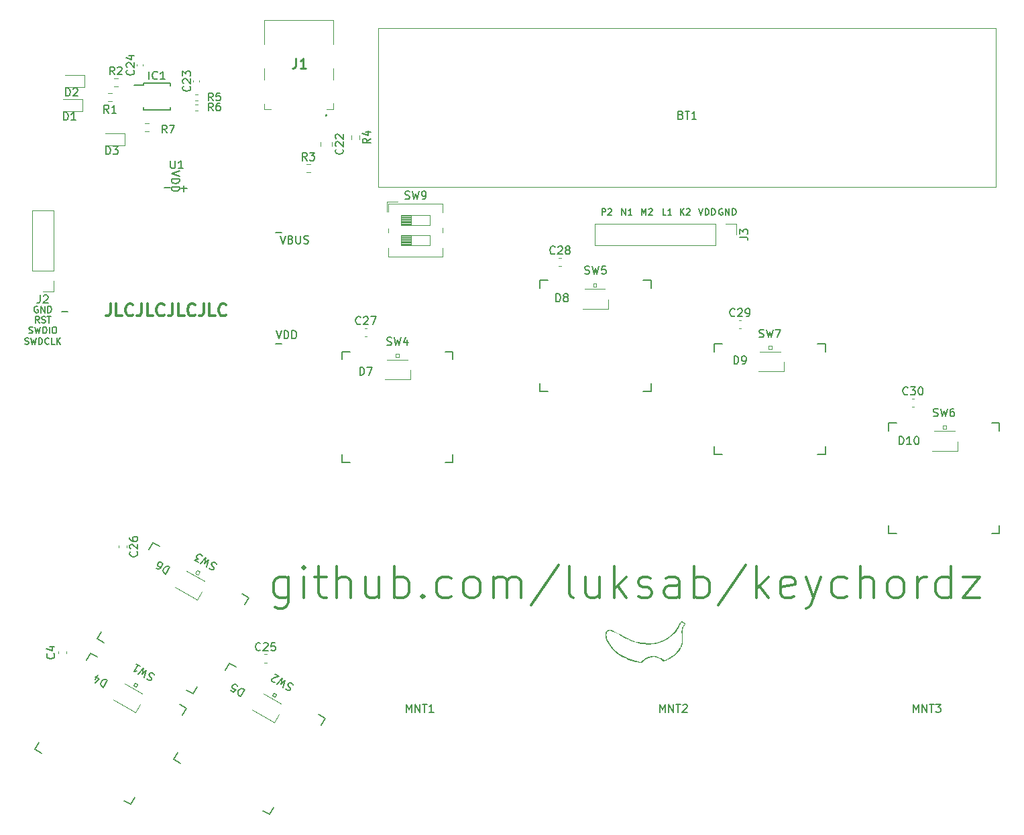
<source format=gbr>
%TF.GenerationSoftware,KiCad,Pcbnew,(5.99.0-9634-gb691c18bfc)*%
%TF.CreationDate,2021-03-09T21:57:38+01:00*%
%TF.ProjectId,keychordz,6b657963-686f-4726-947a-2e6b69636164,rev?*%
%TF.SameCoordinates,Original*%
%TF.FileFunction,Legend,Top*%
%TF.FilePolarity,Positive*%
%FSLAX46Y46*%
G04 Gerber Fmt 4.6, Leading zero omitted, Abs format (unit mm)*
G04 Created by KiCad (PCBNEW (5.99.0-9634-gb691c18bfc)) date 2021-03-09 21:57:38*
%MOMM*%
%LPD*%
G01*
G04 APERTURE LIST*
%ADD10C,0.152400*%
%ADD11C,0.300000*%
%ADD12C,0.304800*%
%ADD13C,0.254000*%
%ADD14C,0.150000*%
%ADD15C,0.200000*%
%ADD16C,0.100000*%
%ADD17C,0.120000*%
G04 APERTURE END LIST*
D10*
X94904076Y-36435695D02*
X94904076Y-35622895D01*
X95368533Y-36435695D02*
X95020190Y-35971238D01*
X95368533Y-35622895D02*
X94904076Y-36087352D01*
X95678171Y-35700304D02*
X95716876Y-35661600D01*
X95794285Y-35622895D01*
X95987809Y-35622895D01*
X96065219Y-35661600D01*
X96103923Y-35700304D01*
X96142628Y-35777714D01*
X96142628Y-35855123D01*
X96103923Y-35971238D01*
X95639466Y-36435695D01*
X96142628Y-36435695D01*
X12677638Y-51328990D02*
X12793752Y-51367695D01*
X12987276Y-51367695D01*
X13064685Y-51328990D01*
X13103390Y-51290285D01*
X13142095Y-51212876D01*
X13142095Y-51135466D01*
X13103390Y-51058057D01*
X13064685Y-51019352D01*
X12987276Y-50980647D01*
X12832457Y-50941942D01*
X12755047Y-50903238D01*
X12716342Y-50864533D01*
X12677638Y-50787123D01*
X12677638Y-50709714D01*
X12716342Y-50632304D01*
X12755047Y-50593600D01*
X12832457Y-50554895D01*
X13025980Y-50554895D01*
X13142095Y-50593600D01*
X13413028Y-50554895D02*
X13606552Y-51367695D01*
X13761371Y-50787123D01*
X13916190Y-51367695D01*
X14109714Y-50554895D01*
X14419352Y-51367695D02*
X14419352Y-50554895D01*
X14612876Y-50554895D01*
X14728990Y-50593600D01*
X14806400Y-50671009D01*
X14845104Y-50748419D01*
X14883809Y-50903238D01*
X14883809Y-51019352D01*
X14845104Y-51174171D01*
X14806400Y-51251580D01*
X14728990Y-51328990D01*
X14612876Y-51367695D01*
X14419352Y-51367695D01*
X15232152Y-51367695D02*
X15232152Y-50554895D01*
X15774019Y-50554895D02*
X15928838Y-50554895D01*
X16006247Y-50593600D01*
X16083657Y-50671009D01*
X16122361Y-50825828D01*
X16122361Y-51096761D01*
X16083657Y-51251580D01*
X16006247Y-51328990D01*
X15928838Y-51367695D01*
X15774019Y-51367695D01*
X15696609Y-51328990D01*
X15619200Y-51251580D01*
X15580495Y-51096761D01*
X15580495Y-50825828D01*
X15619200Y-50671009D01*
X15696609Y-50593600D01*
X15774019Y-50554895D01*
D11*
X45428571Y-82142857D02*
X45428571Y-85380952D01*
X45238095Y-85761904D01*
X45047619Y-85952380D01*
X44666666Y-86142857D01*
X44095238Y-86142857D01*
X43714285Y-85952380D01*
X45428571Y-84619047D02*
X45047619Y-84809523D01*
X44285714Y-84809523D01*
X43904761Y-84619047D01*
X43714285Y-84428571D01*
X43523809Y-84047619D01*
X43523809Y-82904761D01*
X43714285Y-82523809D01*
X43904761Y-82333333D01*
X44285714Y-82142857D01*
X45047619Y-82142857D01*
X45428571Y-82333333D01*
X47333333Y-84809523D02*
X47333333Y-82142857D01*
X47333333Y-80809523D02*
X47142857Y-81000000D01*
X47333333Y-81190476D01*
X47523809Y-81000000D01*
X47333333Y-80809523D01*
X47333333Y-81190476D01*
X48666666Y-82142857D02*
X50190476Y-82142857D01*
X49238095Y-80809523D02*
X49238095Y-84238095D01*
X49428571Y-84619047D01*
X49809523Y-84809523D01*
X50190476Y-84809523D01*
X51523809Y-84809523D02*
X51523809Y-80809523D01*
X53238095Y-84809523D02*
X53238095Y-82714285D01*
X53047619Y-82333333D01*
X52666666Y-82142857D01*
X52095238Y-82142857D01*
X51714285Y-82333333D01*
X51523809Y-82523809D01*
X56857142Y-82142857D02*
X56857142Y-84809523D01*
X55142857Y-82142857D02*
X55142857Y-84238095D01*
X55333333Y-84619047D01*
X55714285Y-84809523D01*
X56285714Y-84809523D01*
X56666666Y-84619047D01*
X56857142Y-84428571D01*
X58761904Y-84809523D02*
X58761904Y-80809523D01*
X58761904Y-82333333D02*
X59142857Y-82142857D01*
X59904761Y-82142857D01*
X60285714Y-82333333D01*
X60476190Y-82523809D01*
X60666666Y-82904761D01*
X60666666Y-84047619D01*
X60476190Y-84428571D01*
X60285714Y-84619047D01*
X59904761Y-84809523D01*
X59142857Y-84809523D01*
X58761904Y-84619047D01*
X62380952Y-84428571D02*
X62571428Y-84619047D01*
X62380952Y-84809523D01*
X62190476Y-84619047D01*
X62380952Y-84428571D01*
X62380952Y-84809523D01*
X65999999Y-84619047D02*
X65619047Y-84809523D01*
X64857142Y-84809523D01*
X64476190Y-84619047D01*
X64285714Y-84428571D01*
X64095238Y-84047619D01*
X64095238Y-82904761D01*
X64285714Y-82523809D01*
X64476190Y-82333333D01*
X64857142Y-82142857D01*
X65619047Y-82142857D01*
X65999999Y-82333333D01*
X68285714Y-84809523D02*
X67904761Y-84619047D01*
X67714285Y-84428571D01*
X67523809Y-84047619D01*
X67523809Y-82904761D01*
X67714285Y-82523809D01*
X67904761Y-82333333D01*
X68285714Y-82142857D01*
X68857142Y-82142857D01*
X69238095Y-82333333D01*
X69428571Y-82523809D01*
X69619047Y-82904761D01*
X69619047Y-84047619D01*
X69428571Y-84428571D01*
X69238095Y-84619047D01*
X68857142Y-84809523D01*
X68285714Y-84809523D01*
X71333333Y-84809523D02*
X71333333Y-82142857D01*
X71333333Y-82523809D02*
X71523809Y-82333333D01*
X71904761Y-82142857D01*
X72476190Y-82142857D01*
X72857142Y-82333333D01*
X73047619Y-82714285D01*
X73047619Y-84809523D01*
X73047619Y-82714285D02*
X73238095Y-82333333D01*
X73619047Y-82142857D01*
X74190476Y-82142857D01*
X74571428Y-82333333D01*
X74761904Y-82714285D01*
X74761904Y-84809523D01*
X79523809Y-80619047D02*
X76095238Y-85761904D01*
X81428571Y-84809523D02*
X81047619Y-84619047D01*
X80857142Y-84238095D01*
X80857142Y-80809523D01*
X84666666Y-82142857D02*
X84666666Y-84809523D01*
X82952380Y-82142857D02*
X82952380Y-84238095D01*
X83142857Y-84619047D01*
X83523809Y-84809523D01*
X84095238Y-84809523D01*
X84476190Y-84619047D01*
X84666666Y-84428571D01*
X86571428Y-84809523D02*
X86571428Y-80809523D01*
X86952380Y-83285714D02*
X88095238Y-84809523D01*
X88095238Y-82142857D02*
X86571428Y-83666666D01*
X89619047Y-84619047D02*
X89999999Y-84809523D01*
X90761904Y-84809523D01*
X91142857Y-84619047D01*
X91333333Y-84238095D01*
X91333333Y-84047619D01*
X91142857Y-83666666D01*
X90761904Y-83476190D01*
X90190476Y-83476190D01*
X89809523Y-83285714D01*
X89619047Y-82904761D01*
X89619047Y-82714285D01*
X89809523Y-82333333D01*
X90190476Y-82142857D01*
X90761904Y-82142857D01*
X91142857Y-82333333D01*
X94761904Y-84809523D02*
X94761904Y-82714285D01*
X94571428Y-82333333D01*
X94190476Y-82142857D01*
X93428571Y-82142857D01*
X93047619Y-82333333D01*
X94761904Y-84619047D02*
X94380952Y-84809523D01*
X93428571Y-84809523D01*
X93047619Y-84619047D01*
X92857142Y-84238095D01*
X92857142Y-83857142D01*
X93047619Y-83476190D01*
X93428571Y-83285714D01*
X94380952Y-83285714D01*
X94761904Y-83095238D01*
X96666666Y-84809523D02*
X96666666Y-80809523D01*
X96666666Y-82333333D02*
X97047619Y-82142857D01*
X97809523Y-82142857D01*
X98190476Y-82333333D01*
X98380952Y-82523809D01*
X98571428Y-82904761D01*
X98571428Y-84047619D01*
X98380952Y-84428571D01*
X98190476Y-84619047D01*
X97809523Y-84809523D01*
X97047619Y-84809523D01*
X96666666Y-84619047D01*
X103142857Y-80619047D02*
X99714285Y-85761904D01*
X104476190Y-84809523D02*
X104476190Y-80809523D01*
X104857142Y-83285714D02*
X105999999Y-84809523D01*
X105999999Y-82142857D02*
X104476190Y-83666666D01*
X109238095Y-84619047D02*
X108857142Y-84809523D01*
X108095238Y-84809523D01*
X107714285Y-84619047D01*
X107523809Y-84238095D01*
X107523809Y-82714285D01*
X107714285Y-82333333D01*
X108095238Y-82142857D01*
X108857142Y-82142857D01*
X109238095Y-82333333D01*
X109428571Y-82714285D01*
X109428571Y-83095238D01*
X107523809Y-83476190D01*
X110761904Y-82142857D02*
X111714285Y-84809523D01*
X112666666Y-82142857D02*
X111714285Y-84809523D01*
X111333333Y-85761904D01*
X111142857Y-85952380D01*
X110761904Y-86142857D01*
X115904761Y-84619047D02*
X115523809Y-84809523D01*
X114761904Y-84809523D01*
X114380952Y-84619047D01*
X114190476Y-84428571D01*
X113999999Y-84047619D01*
X113999999Y-82904761D01*
X114190476Y-82523809D01*
X114380952Y-82333333D01*
X114761904Y-82142857D01*
X115523809Y-82142857D01*
X115904761Y-82333333D01*
X117619047Y-84809523D02*
X117619047Y-80809523D01*
X119333333Y-84809523D02*
X119333333Y-82714285D01*
X119142857Y-82333333D01*
X118761904Y-82142857D01*
X118190476Y-82142857D01*
X117809523Y-82333333D01*
X117619047Y-82523809D01*
X121809523Y-84809523D02*
X121428571Y-84619047D01*
X121238095Y-84428571D01*
X121047619Y-84047619D01*
X121047619Y-82904761D01*
X121238095Y-82523809D01*
X121428571Y-82333333D01*
X121809523Y-82142857D01*
X122380952Y-82142857D01*
X122761904Y-82333333D01*
X122952380Y-82523809D01*
X123142857Y-82904761D01*
X123142857Y-84047619D01*
X122952380Y-84428571D01*
X122761904Y-84619047D01*
X122380952Y-84809523D01*
X121809523Y-84809523D01*
X124857142Y-84809523D02*
X124857142Y-82142857D01*
X124857142Y-82904761D02*
X125047619Y-82523809D01*
X125238095Y-82333333D01*
X125619047Y-82142857D01*
X125999999Y-82142857D01*
X129047619Y-84809523D02*
X129047619Y-80809523D01*
X129047619Y-84619047D02*
X128666666Y-84809523D01*
X127904761Y-84809523D01*
X127523809Y-84619047D01*
X127333333Y-84428571D01*
X127142857Y-84047619D01*
X127142857Y-82904761D01*
X127333333Y-82523809D01*
X127523809Y-82333333D01*
X127904761Y-82142857D01*
X128666666Y-82142857D01*
X129047619Y-82333333D01*
X130571428Y-82142857D02*
X132666666Y-82142857D01*
X130571428Y-84809523D01*
X132666666Y-84809523D01*
D10*
X13954895Y-50067695D02*
X13683961Y-49680647D01*
X13490438Y-50067695D02*
X13490438Y-49254895D01*
X13800076Y-49254895D01*
X13877485Y-49293600D01*
X13916190Y-49332304D01*
X13954895Y-49409714D01*
X13954895Y-49525828D01*
X13916190Y-49603238D01*
X13877485Y-49641942D01*
X13800076Y-49680647D01*
X13490438Y-49680647D01*
X14264533Y-50028990D02*
X14380647Y-50067695D01*
X14574171Y-50067695D01*
X14651580Y-50028990D01*
X14690285Y-49990285D01*
X14728990Y-49912876D01*
X14728990Y-49835466D01*
X14690285Y-49758057D01*
X14651580Y-49719352D01*
X14574171Y-49680647D01*
X14419352Y-49641942D01*
X14341942Y-49603238D01*
X14303238Y-49564533D01*
X14264533Y-49487123D01*
X14264533Y-49409714D01*
X14303238Y-49332304D01*
X14341942Y-49293600D01*
X14419352Y-49254895D01*
X14612876Y-49254895D01*
X14728990Y-49293600D01*
X14961219Y-49254895D02*
X15425676Y-49254895D01*
X15193447Y-50067695D02*
X15193447Y-49254895D01*
D12*
X22960571Y-47665428D02*
X22960571Y-48754000D01*
X22888000Y-48971714D01*
X22742857Y-49116857D01*
X22525142Y-49189428D01*
X22380000Y-49189428D01*
X24412000Y-49189428D02*
X23686285Y-49189428D01*
X23686285Y-47665428D01*
X25790857Y-49044285D02*
X25718285Y-49116857D01*
X25500571Y-49189428D01*
X25355428Y-49189428D01*
X25137714Y-49116857D01*
X24992571Y-48971714D01*
X24920000Y-48826571D01*
X24847428Y-48536285D01*
X24847428Y-48318571D01*
X24920000Y-48028285D01*
X24992571Y-47883142D01*
X25137714Y-47738000D01*
X25355428Y-47665428D01*
X25500571Y-47665428D01*
X25718285Y-47738000D01*
X25790857Y-47810571D01*
X26879428Y-47665428D02*
X26879428Y-48754000D01*
X26806857Y-48971714D01*
X26661714Y-49116857D01*
X26444000Y-49189428D01*
X26298857Y-49189428D01*
X28330857Y-49189428D02*
X27605142Y-49189428D01*
X27605142Y-47665428D01*
X29709714Y-49044285D02*
X29637142Y-49116857D01*
X29419428Y-49189428D01*
X29274285Y-49189428D01*
X29056571Y-49116857D01*
X28911428Y-48971714D01*
X28838857Y-48826571D01*
X28766285Y-48536285D01*
X28766285Y-48318571D01*
X28838857Y-48028285D01*
X28911428Y-47883142D01*
X29056571Y-47738000D01*
X29274285Y-47665428D01*
X29419428Y-47665428D01*
X29637142Y-47738000D01*
X29709714Y-47810571D01*
X30798285Y-47665428D02*
X30798285Y-48754000D01*
X30725714Y-48971714D01*
X30580571Y-49116857D01*
X30362857Y-49189428D01*
X30217714Y-49189428D01*
X32249714Y-49189428D02*
X31524000Y-49189428D01*
X31524000Y-47665428D01*
X33628571Y-49044285D02*
X33556000Y-49116857D01*
X33338285Y-49189428D01*
X33193142Y-49189428D01*
X32975428Y-49116857D01*
X32830285Y-48971714D01*
X32757714Y-48826571D01*
X32685142Y-48536285D01*
X32685142Y-48318571D01*
X32757714Y-48028285D01*
X32830285Y-47883142D01*
X32975428Y-47738000D01*
X33193142Y-47665428D01*
X33338285Y-47665428D01*
X33556000Y-47738000D01*
X33628571Y-47810571D01*
X34717142Y-47665428D02*
X34717142Y-48754000D01*
X34644571Y-48971714D01*
X34499428Y-49116857D01*
X34281714Y-49189428D01*
X34136571Y-49189428D01*
X36168571Y-49189428D02*
X35442857Y-49189428D01*
X35442857Y-47665428D01*
X37547428Y-49044285D02*
X37474857Y-49116857D01*
X37257142Y-49189428D01*
X37112000Y-49189428D01*
X36894285Y-49116857D01*
X36749142Y-48971714D01*
X36676571Y-48826571D01*
X36604000Y-48536285D01*
X36604000Y-48318571D01*
X36676571Y-48028285D01*
X36749142Y-47883142D01*
X36894285Y-47738000D01*
X37112000Y-47665428D01*
X37257142Y-47665428D01*
X37474857Y-47738000D01*
X37547428Y-47810571D01*
D10*
X97214266Y-35622895D02*
X97485200Y-36435695D01*
X97756133Y-35622895D01*
X98027066Y-36435695D02*
X98027066Y-35622895D01*
X98220590Y-35622895D01*
X98336704Y-35661600D01*
X98414114Y-35739009D01*
X98452819Y-35816419D01*
X98491523Y-35971238D01*
X98491523Y-36087352D01*
X98452819Y-36242171D01*
X98414114Y-36319580D01*
X98336704Y-36396990D01*
X98220590Y-36435695D01*
X98027066Y-36435695D01*
X98839866Y-36435695D02*
X98839866Y-35622895D01*
X99033390Y-35622895D01*
X99149504Y-35661600D01*
X99226914Y-35739009D01*
X99265619Y-35816419D01*
X99304323Y-35971238D01*
X99304323Y-36087352D01*
X99265619Y-36242171D01*
X99226914Y-36319580D01*
X99149504Y-36396990D01*
X99033390Y-36435695D01*
X98839866Y-36435695D01*
X84998076Y-36435695D02*
X84998076Y-35622895D01*
X85307714Y-35622895D01*
X85385123Y-35661600D01*
X85423828Y-35700304D01*
X85462533Y-35777714D01*
X85462533Y-35893828D01*
X85423828Y-35971238D01*
X85385123Y-36009942D01*
X85307714Y-36048647D01*
X84998076Y-36048647D01*
X85772171Y-35700304D02*
X85810876Y-35661600D01*
X85888285Y-35622895D01*
X86081809Y-35622895D01*
X86159219Y-35661600D01*
X86197923Y-35700304D01*
X86236628Y-35777714D01*
X86236628Y-35855123D01*
X86197923Y-35971238D01*
X85733466Y-36435695D01*
X86236628Y-36435695D01*
X100218723Y-35661600D02*
X100141314Y-35622895D01*
X100025200Y-35622895D01*
X99909085Y-35661600D01*
X99831676Y-35739009D01*
X99792971Y-35816419D01*
X99754266Y-35971238D01*
X99754266Y-36087352D01*
X99792971Y-36242171D01*
X99831676Y-36319580D01*
X99909085Y-36396990D01*
X100025200Y-36435695D01*
X100102609Y-36435695D01*
X100218723Y-36396990D01*
X100257428Y-36358285D01*
X100257428Y-36087352D01*
X100102609Y-36087352D01*
X100605771Y-36435695D02*
X100605771Y-35622895D01*
X101070228Y-36435695D01*
X101070228Y-35622895D01*
X101457276Y-36435695D02*
X101457276Y-35622895D01*
X101650800Y-35622895D01*
X101766914Y-35661600D01*
X101844323Y-35739009D01*
X101883028Y-35816419D01*
X101921733Y-35971238D01*
X101921733Y-36087352D01*
X101883028Y-36242171D01*
X101844323Y-36319580D01*
X101766914Y-36396990D01*
X101650800Y-36435695D01*
X101457276Y-36435695D01*
X87518723Y-36435695D02*
X87518723Y-35622895D01*
X87983180Y-36435695D01*
X87983180Y-35622895D01*
X88795980Y-36435695D02*
X88331523Y-36435695D01*
X88563752Y-36435695D02*
X88563752Y-35622895D01*
X88486342Y-35739009D01*
X88408933Y-35816419D01*
X88331523Y-35855123D01*
X12155123Y-52728990D02*
X12271238Y-52767695D01*
X12464761Y-52767695D01*
X12542171Y-52728990D01*
X12580876Y-52690285D01*
X12619580Y-52612876D01*
X12619580Y-52535466D01*
X12580876Y-52458057D01*
X12542171Y-52419352D01*
X12464761Y-52380647D01*
X12309942Y-52341942D01*
X12232533Y-52303238D01*
X12193828Y-52264533D01*
X12155123Y-52187123D01*
X12155123Y-52109714D01*
X12193828Y-52032304D01*
X12232533Y-51993600D01*
X12309942Y-51954895D01*
X12503466Y-51954895D01*
X12619580Y-51993600D01*
X12890514Y-51954895D02*
X13084038Y-52767695D01*
X13238857Y-52187123D01*
X13393676Y-52767695D01*
X13587200Y-51954895D01*
X13896838Y-52767695D02*
X13896838Y-51954895D01*
X14090361Y-51954895D01*
X14206476Y-51993600D01*
X14283885Y-52071009D01*
X14322590Y-52148419D01*
X14361295Y-52303238D01*
X14361295Y-52419352D01*
X14322590Y-52574171D01*
X14283885Y-52651580D01*
X14206476Y-52728990D01*
X14090361Y-52767695D01*
X13896838Y-52767695D01*
X15174095Y-52690285D02*
X15135390Y-52728990D01*
X15019276Y-52767695D01*
X14941866Y-52767695D01*
X14825752Y-52728990D01*
X14748342Y-52651580D01*
X14709638Y-52574171D01*
X14670933Y-52419352D01*
X14670933Y-52303238D01*
X14709638Y-52148419D01*
X14748342Y-52071009D01*
X14825752Y-51993600D01*
X14941866Y-51954895D01*
X15019276Y-51954895D01*
X15135390Y-51993600D01*
X15174095Y-52032304D01*
X15909485Y-52767695D02*
X15522438Y-52767695D01*
X15522438Y-51954895D01*
X16180419Y-52767695D02*
X16180419Y-51954895D01*
X16644876Y-52767695D02*
X16296533Y-52303238D01*
X16644876Y-51954895D02*
X16180419Y-52419352D01*
X93082533Y-36435695D02*
X92695485Y-36435695D01*
X92695485Y-35622895D01*
X93779219Y-36435695D02*
X93314761Y-36435695D01*
X93546990Y-36435695D02*
X93546990Y-35622895D01*
X93469580Y-35739009D01*
X93392171Y-35816419D01*
X93314761Y-35855123D01*
X90020019Y-36435695D02*
X90020019Y-35622895D01*
X90290952Y-36203466D01*
X90561885Y-35622895D01*
X90561885Y-36435695D01*
X90910228Y-35700304D02*
X90948933Y-35661600D01*
X91026342Y-35622895D01*
X91219866Y-35622895D01*
X91297276Y-35661600D01*
X91335980Y-35700304D01*
X91374685Y-35777714D01*
X91374685Y-35855123D01*
X91335980Y-35971238D01*
X90871523Y-36435695D01*
X91374685Y-36435695D01*
X13780723Y-47993600D02*
X13703314Y-47954895D01*
X13587200Y-47954895D01*
X13471085Y-47993600D01*
X13393676Y-48071009D01*
X13354971Y-48148419D01*
X13316266Y-48303238D01*
X13316266Y-48419352D01*
X13354971Y-48574171D01*
X13393676Y-48651580D01*
X13471085Y-48728990D01*
X13587200Y-48767695D01*
X13664609Y-48767695D01*
X13780723Y-48728990D01*
X13819428Y-48690285D01*
X13819428Y-48419352D01*
X13664609Y-48419352D01*
X14167771Y-48767695D02*
X14167771Y-47954895D01*
X14632228Y-48767695D01*
X14632228Y-47954895D01*
X15019276Y-48767695D02*
X15019276Y-47954895D01*
X15212800Y-47954895D01*
X15328914Y-47993600D01*
X15406323Y-48071009D01*
X15445028Y-48148419D01*
X15483733Y-48303238D01*
X15483733Y-48419352D01*
X15445028Y-48574171D01*
X15406323Y-48651580D01*
X15328914Y-48728990D01*
X15212800Y-48767695D01*
X15019276Y-48767695D01*
D13*
%TO.C,J1*%
X46376666Y-16604523D02*
X46376666Y-17511666D01*
X46316190Y-17693095D01*
X46195238Y-17814047D01*
X46013809Y-17874523D01*
X45892857Y-17874523D01*
X47646666Y-17874523D02*
X46920952Y-17874523D01*
X47283809Y-17874523D02*
X47283809Y-16604523D01*
X47162857Y-16785952D01*
X47041904Y-16906904D01*
X46920952Y-16967380D01*
D14*
%TO.C,R3*%
X47747333Y-29552380D02*
X47414000Y-29076190D01*
X47175904Y-29552380D02*
X47175904Y-28552380D01*
X47556857Y-28552380D01*
X47652095Y-28600000D01*
X47699714Y-28647619D01*
X47747333Y-28742857D01*
X47747333Y-28885714D01*
X47699714Y-28980952D01*
X47652095Y-29028571D01*
X47556857Y-29076190D01*
X47175904Y-29076190D01*
X48080666Y-28552380D02*
X48699714Y-28552380D01*
X48366380Y-28933333D01*
X48509238Y-28933333D01*
X48604476Y-28980952D01*
X48652095Y-29028571D01*
X48699714Y-29123809D01*
X48699714Y-29361904D01*
X48652095Y-29457142D01*
X48604476Y-29504761D01*
X48509238Y-29552380D01*
X48223523Y-29552380D01*
X48128285Y-29504761D01*
X48080666Y-29457142D01*
%TO.C,MNT1*%
X60285714Y-99252380D02*
X60285714Y-98252380D01*
X60619047Y-98966666D01*
X60952380Y-98252380D01*
X60952380Y-99252380D01*
X61428571Y-99252380D02*
X61428571Y-98252380D01*
X62000000Y-99252380D01*
X62000000Y-98252380D01*
X62333333Y-98252380D02*
X62904761Y-98252380D01*
X62619047Y-99252380D02*
X62619047Y-98252380D01*
X63761904Y-99252380D02*
X63190476Y-99252380D01*
X63476190Y-99252380D02*
X63476190Y-98252380D01*
X63380952Y-98395238D01*
X63285714Y-98490476D01*
X63190476Y-98538095D01*
%TO.C,D8*%
X79196904Y-47385380D02*
X79196904Y-46385380D01*
X79435000Y-46385380D01*
X79577857Y-46433000D01*
X79673095Y-46528238D01*
X79720714Y-46623476D01*
X79768333Y-46813952D01*
X79768333Y-46956809D01*
X79720714Y-47147285D01*
X79673095Y-47242523D01*
X79577857Y-47337761D01*
X79435000Y-47385380D01*
X79196904Y-47385380D01*
X80339761Y-46813952D02*
X80244523Y-46766333D01*
X80196904Y-46718714D01*
X80149285Y-46623476D01*
X80149285Y-46575857D01*
X80196904Y-46480619D01*
X80244523Y-46433000D01*
X80339761Y-46385380D01*
X80530238Y-46385380D01*
X80625476Y-46433000D01*
X80673095Y-46480619D01*
X80720714Y-46575857D01*
X80720714Y-46623476D01*
X80673095Y-46718714D01*
X80625476Y-46766333D01*
X80530238Y-46813952D01*
X80339761Y-46813952D01*
X80244523Y-46861571D01*
X80196904Y-46909190D01*
X80149285Y-47004428D01*
X80149285Y-47194904D01*
X80196904Y-47290142D01*
X80244523Y-47337761D01*
X80339761Y-47385380D01*
X80530238Y-47385380D01*
X80625476Y-47337761D01*
X80673095Y-47290142D01*
X80720714Y-47194904D01*
X80720714Y-47004428D01*
X80673095Y-46909190D01*
X80625476Y-46861571D01*
X80530238Y-46813952D01*
%TO.C,SW9*%
X60134666Y-34378761D02*
X60277523Y-34426380D01*
X60515619Y-34426380D01*
X60610857Y-34378761D01*
X60658476Y-34331142D01*
X60706095Y-34235904D01*
X60706095Y-34140666D01*
X60658476Y-34045428D01*
X60610857Y-33997809D01*
X60515619Y-33950190D01*
X60325142Y-33902571D01*
X60229904Y-33854952D01*
X60182285Y-33807333D01*
X60134666Y-33712095D01*
X60134666Y-33616857D01*
X60182285Y-33521619D01*
X60229904Y-33474000D01*
X60325142Y-33426380D01*
X60563238Y-33426380D01*
X60706095Y-33474000D01*
X61039428Y-33426380D02*
X61277523Y-34426380D01*
X61468000Y-33712095D01*
X61658476Y-34426380D01*
X61896571Y-33426380D01*
X62325142Y-34426380D02*
X62515619Y-34426380D01*
X62610857Y-34378761D01*
X62658476Y-34331142D01*
X62753714Y-34188285D01*
X62801333Y-33997809D01*
X62801333Y-33616857D01*
X62753714Y-33521619D01*
X62706095Y-33474000D01*
X62610857Y-33426380D01*
X62420380Y-33426380D01*
X62325142Y-33474000D01*
X62277523Y-33521619D01*
X62229904Y-33616857D01*
X62229904Y-33854952D01*
X62277523Y-33950190D01*
X62325142Y-33997809D01*
X62420380Y-34045428D01*
X62610857Y-34045428D01*
X62706095Y-33997809D01*
X62753714Y-33950190D01*
X62801333Y-33854952D01*
%TO.C,D1*%
X17033904Y-24448380D02*
X17033904Y-23448380D01*
X17272000Y-23448380D01*
X17414857Y-23496000D01*
X17510095Y-23591238D01*
X17557714Y-23686476D01*
X17605333Y-23876952D01*
X17605333Y-24019809D01*
X17557714Y-24210285D01*
X17510095Y-24305523D01*
X17414857Y-24400761D01*
X17272000Y-24448380D01*
X17033904Y-24448380D01*
X18557714Y-24448380D02*
X17986285Y-24448380D01*
X18272000Y-24448380D02*
X18272000Y-23448380D01*
X18176761Y-23591238D01*
X18081523Y-23686476D01*
X17986285Y-23734095D01*
%TO.C,D3*%
X22367904Y-28766380D02*
X22367904Y-27766380D01*
X22606000Y-27766380D01*
X22748857Y-27814000D01*
X22844095Y-27909238D01*
X22891714Y-28004476D01*
X22939333Y-28194952D01*
X22939333Y-28337809D01*
X22891714Y-28528285D01*
X22844095Y-28623523D01*
X22748857Y-28718761D01*
X22606000Y-28766380D01*
X22367904Y-28766380D01*
X23272666Y-27766380D02*
X23891714Y-27766380D01*
X23558380Y-28147333D01*
X23701238Y-28147333D01*
X23796476Y-28194952D01*
X23844095Y-28242571D01*
X23891714Y-28337809D01*
X23891714Y-28575904D01*
X23844095Y-28671142D01*
X23796476Y-28718761D01*
X23701238Y-28766380D01*
X23415523Y-28766380D01*
X23320285Y-28718761D01*
X23272666Y-28671142D01*
%TO.C,SW1*%
X28452581Y-94513092D02*
X28352673Y-94400424D01*
X28146476Y-94281377D01*
X28040188Y-94274997D01*
X27975139Y-94292427D01*
X27886281Y-94351096D01*
X27838662Y-94433574D01*
X27832282Y-94539862D01*
X27849712Y-94604911D01*
X27908381Y-94693770D01*
X28049529Y-94830247D01*
X28108198Y-94919105D01*
X28125627Y-94984154D01*
X28119248Y-95090442D01*
X28071629Y-95172921D01*
X27982770Y-95231590D01*
X27917721Y-95249020D01*
X27811433Y-95242640D01*
X27605237Y-95123592D01*
X27505328Y-95010925D01*
X27192844Y-94885497D02*
X27486647Y-93900424D01*
X26964547Y-94423776D01*
X27156733Y-93709948D01*
X26450536Y-94456926D01*
X26166989Y-93138519D02*
X26661861Y-93424234D01*
X26414425Y-93281377D02*
X25914425Y-94147402D01*
X26068332Y-94071303D01*
X26198430Y-94036444D01*
X26304718Y-94042823D01*
%TO.C,D4*%
X22558239Y-95245384D02*
X22058239Y-96111409D01*
X21852043Y-95992362D01*
X21752134Y-95879694D01*
X21717275Y-95749596D01*
X21723654Y-95643308D01*
X21777653Y-95454541D01*
X21849082Y-95330823D01*
X21985559Y-95189675D01*
X22074418Y-95131006D01*
X22204515Y-95096147D01*
X22352043Y-95126336D01*
X22558239Y-95245384D01*
X20987727Y-95108448D02*
X21321060Y-94531098D01*
X21003447Y-95557410D02*
X21566786Y-95057868D01*
X21030675Y-94748345D01*
%TO.C,U1*%
X30538095Y-29552380D02*
X30538095Y-30361904D01*
X30585714Y-30457142D01*
X30633333Y-30504761D01*
X30728571Y-30552380D01*
X30919047Y-30552380D01*
X31014285Y-30504761D01*
X31061904Y-30457142D01*
X31109523Y-30361904D01*
X31109523Y-29552380D01*
X32109523Y-30552380D02*
X31538095Y-30552380D01*
X31823809Y-30552380D02*
X31823809Y-29552380D01*
X31728571Y-29695238D01*
X31633333Y-29790476D01*
X31538095Y-29838095D01*
X44366666Y-39052380D02*
X44700000Y-40052380D01*
X45033333Y-39052380D01*
X45700000Y-39528571D02*
X45842857Y-39576190D01*
X45890476Y-39623809D01*
X45938095Y-39719047D01*
X45938095Y-39861904D01*
X45890476Y-39957142D01*
X45842857Y-40004761D01*
X45747619Y-40052380D01*
X45366666Y-40052380D01*
X45366666Y-39052380D01*
X45700000Y-39052380D01*
X45795238Y-39100000D01*
X45842857Y-39147619D01*
X45890476Y-39242857D01*
X45890476Y-39338095D01*
X45842857Y-39433333D01*
X45795238Y-39480952D01*
X45700000Y-39528571D01*
X45366666Y-39528571D01*
X46366666Y-39052380D02*
X46366666Y-39861904D01*
X46414285Y-39957142D01*
X46461904Y-40004761D01*
X46557142Y-40052380D01*
X46747619Y-40052380D01*
X46842857Y-40004761D01*
X46890476Y-39957142D01*
X46938095Y-39861904D01*
X46938095Y-39052380D01*
X47366666Y-40004761D02*
X47509523Y-40052380D01*
X47747619Y-40052380D01*
X47842857Y-40004761D01*
X47890476Y-39957142D01*
X47938095Y-39861904D01*
X47938095Y-39766666D01*
X47890476Y-39671428D01*
X47842857Y-39623809D01*
X47747619Y-39576190D01*
X47557142Y-39528571D01*
X47461904Y-39480952D01*
X47414285Y-39433333D01*
X47366666Y-39338095D01*
X47366666Y-39242857D01*
X47414285Y-39147619D01*
X47461904Y-39100000D01*
X47557142Y-39052380D01*
X47795238Y-39052380D01*
X47938095Y-39100000D01*
X16819047Y-48671428D02*
X17580952Y-48671428D01*
X31647619Y-30866666D02*
X30647619Y-31200000D01*
X31647619Y-31533333D01*
X30647619Y-31866666D02*
X31647619Y-31866666D01*
X31647619Y-32104761D01*
X31600000Y-32247619D01*
X31504761Y-32342857D01*
X31409523Y-32390476D01*
X31219047Y-32438095D01*
X31076190Y-32438095D01*
X30885714Y-32390476D01*
X30790476Y-32342857D01*
X30695238Y-32247619D01*
X30647619Y-32104761D01*
X30647619Y-31866666D01*
X30647619Y-32866666D02*
X31647619Y-32866666D01*
X31647619Y-33104761D01*
X31600000Y-33247619D01*
X31504761Y-33342857D01*
X31409523Y-33390476D01*
X31219047Y-33438095D01*
X31076190Y-33438095D01*
X30885714Y-33390476D01*
X30790476Y-33342857D01*
X30695238Y-33247619D01*
X30647619Y-33104761D01*
X30647619Y-32866666D01*
X43819047Y-52671428D02*
X44580952Y-52671428D01*
X29719047Y-32971428D02*
X30480952Y-32971428D01*
X31819047Y-33071428D02*
X32580952Y-33071428D01*
X32200000Y-33452380D02*
X32200000Y-32690476D01*
X43819047Y-38671428D02*
X44580952Y-38671428D01*
X43866666Y-51052380D02*
X44200000Y-52052380D01*
X44533333Y-51052380D01*
X44866666Y-52052380D02*
X44866666Y-51052380D01*
X45104761Y-51052380D01*
X45247619Y-51100000D01*
X45342857Y-51195238D01*
X45390476Y-51290476D01*
X45438095Y-51480952D01*
X45438095Y-51623809D01*
X45390476Y-51814285D01*
X45342857Y-51909523D01*
X45247619Y-52004761D01*
X45104761Y-52052380D01*
X44866666Y-52052380D01*
X45866666Y-52052380D02*
X45866666Y-51052380D01*
X46104761Y-51052380D01*
X46247619Y-51100000D01*
X46342857Y-51195238D01*
X46390476Y-51290476D01*
X46438095Y-51480952D01*
X46438095Y-51623809D01*
X46390476Y-51814285D01*
X46342857Y-51909523D01*
X46247619Y-52004761D01*
X46104761Y-52052380D01*
X45866666Y-52052380D01*
%TO.C,SW5*%
X82848666Y-43838761D02*
X82991523Y-43886380D01*
X83229619Y-43886380D01*
X83324857Y-43838761D01*
X83372476Y-43791142D01*
X83420095Y-43695904D01*
X83420095Y-43600666D01*
X83372476Y-43505428D01*
X83324857Y-43457809D01*
X83229619Y-43410190D01*
X83039142Y-43362571D01*
X82943904Y-43314952D01*
X82896285Y-43267333D01*
X82848666Y-43172095D01*
X82848666Y-43076857D01*
X82896285Y-42981619D01*
X82943904Y-42934000D01*
X83039142Y-42886380D01*
X83277238Y-42886380D01*
X83420095Y-42934000D01*
X83753428Y-42886380D02*
X83991523Y-43886380D01*
X84182000Y-43172095D01*
X84372476Y-43886380D01*
X84610571Y-42886380D01*
X85467714Y-42886380D02*
X84991523Y-42886380D01*
X84943904Y-43362571D01*
X84991523Y-43314952D01*
X85086761Y-43267333D01*
X85324857Y-43267333D01*
X85420095Y-43314952D01*
X85467714Y-43362571D01*
X85515333Y-43457809D01*
X85515333Y-43695904D01*
X85467714Y-43791142D01*
X85420095Y-43838761D01*
X85324857Y-43886380D01*
X85086761Y-43886380D01*
X84991523Y-43838761D01*
X84943904Y-43791142D01*
%TO.C,R4*%
X55782380Y-26766666D02*
X55306190Y-27100000D01*
X55782380Y-27338095D02*
X54782380Y-27338095D01*
X54782380Y-26957142D01*
X54830000Y-26861904D01*
X54877619Y-26814285D01*
X54972857Y-26766666D01*
X55115714Y-26766666D01*
X55210952Y-26814285D01*
X55258571Y-26861904D01*
X55306190Y-26957142D01*
X55306190Y-27338095D01*
X55115714Y-25909523D02*
X55782380Y-25909523D01*
X54734761Y-26147619D02*
X55449047Y-26385714D01*
X55449047Y-25766666D01*
%TO.C,D5*%
X39864269Y-96388384D02*
X39364269Y-97254409D01*
X39158073Y-97135362D01*
X39058164Y-97022694D01*
X39023305Y-96892596D01*
X39029684Y-96786308D01*
X39083683Y-96597541D01*
X39155112Y-96473823D01*
X39291589Y-96332675D01*
X39380448Y-96274006D01*
X39510545Y-96239147D01*
X39658073Y-96269336D01*
X39864269Y-96388384D01*
X38085851Y-96516314D02*
X38498244Y-96754409D01*
X38777578Y-96365826D01*
X38712530Y-96383255D01*
X38606241Y-96376876D01*
X38400045Y-96257828D01*
X38341376Y-96168970D01*
X38323946Y-96103921D01*
X38330326Y-95997633D01*
X38449373Y-95791436D01*
X38538232Y-95732767D01*
X38603281Y-95715337D01*
X38709569Y-95721717D01*
X38915765Y-95840765D01*
X38974434Y-95929623D01*
X38991864Y-95994672D01*
%TO.C,R7*%
X30051333Y-26066380D02*
X29718000Y-25590190D01*
X29479904Y-26066380D02*
X29479904Y-25066380D01*
X29860857Y-25066380D01*
X29956095Y-25114000D01*
X30003714Y-25161619D01*
X30051333Y-25256857D01*
X30051333Y-25399714D01*
X30003714Y-25494952D01*
X29956095Y-25542571D01*
X29860857Y-25590190D01*
X29479904Y-25590190D01*
X30384666Y-25066380D02*
X31051333Y-25066380D01*
X30622761Y-26066380D01*
%TO.C,R6*%
X35893333Y-23272380D02*
X35560000Y-22796190D01*
X35321904Y-23272380D02*
X35321904Y-22272380D01*
X35702857Y-22272380D01*
X35798095Y-22320000D01*
X35845714Y-22367619D01*
X35893333Y-22462857D01*
X35893333Y-22605714D01*
X35845714Y-22700952D01*
X35798095Y-22748571D01*
X35702857Y-22796190D01*
X35321904Y-22796190D01*
X36750476Y-22272380D02*
X36560000Y-22272380D01*
X36464761Y-22320000D01*
X36417142Y-22367619D01*
X36321904Y-22510476D01*
X36274285Y-22700952D01*
X36274285Y-23081904D01*
X36321904Y-23177142D01*
X36369523Y-23224761D01*
X36464761Y-23272380D01*
X36655238Y-23272380D01*
X36750476Y-23224761D01*
X36798095Y-23177142D01*
X36845714Y-23081904D01*
X36845714Y-22843809D01*
X36798095Y-22748571D01*
X36750476Y-22700952D01*
X36655238Y-22653333D01*
X36464761Y-22653333D01*
X36369523Y-22700952D01*
X36321904Y-22748571D01*
X36274285Y-22843809D01*
%TO.C,SW6*%
X126848666Y-61838761D02*
X126991523Y-61886380D01*
X127229619Y-61886380D01*
X127324857Y-61838761D01*
X127372476Y-61791142D01*
X127420095Y-61695904D01*
X127420095Y-61600666D01*
X127372476Y-61505428D01*
X127324857Y-61457809D01*
X127229619Y-61410190D01*
X127039142Y-61362571D01*
X126943904Y-61314952D01*
X126896285Y-61267333D01*
X126848666Y-61172095D01*
X126848666Y-61076857D01*
X126896285Y-60981619D01*
X126943904Y-60934000D01*
X127039142Y-60886380D01*
X127277238Y-60886380D01*
X127420095Y-60934000D01*
X127753428Y-60886380D02*
X127991523Y-61886380D01*
X128182000Y-61172095D01*
X128372476Y-61886380D01*
X128610571Y-60886380D01*
X129420095Y-60886380D02*
X129229619Y-60886380D01*
X129134380Y-60934000D01*
X129086761Y-60981619D01*
X128991523Y-61124476D01*
X128943904Y-61314952D01*
X128943904Y-61695904D01*
X128991523Y-61791142D01*
X129039142Y-61838761D01*
X129134380Y-61886380D01*
X129324857Y-61886380D01*
X129420095Y-61838761D01*
X129467714Y-61791142D01*
X129515333Y-61695904D01*
X129515333Y-61457809D01*
X129467714Y-61362571D01*
X129420095Y-61314952D01*
X129324857Y-61267333D01*
X129134380Y-61267333D01*
X129039142Y-61314952D01*
X128991523Y-61362571D01*
X128943904Y-61457809D01*
%TO.C,C29*%
X101771142Y-49162142D02*
X101723523Y-49209761D01*
X101580666Y-49257380D01*
X101485428Y-49257380D01*
X101342571Y-49209761D01*
X101247333Y-49114523D01*
X101199714Y-49019285D01*
X101152095Y-48828809D01*
X101152095Y-48685952D01*
X101199714Y-48495476D01*
X101247333Y-48400238D01*
X101342571Y-48305000D01*
X101485428Y-48257380D01*
X101580666Y-48257380D01*
X101723523Y-48305000D01*
X101771142Y-48352619D01*
X102152095Y-48352619D02*
X102199714Y-48305000D01*
X102294952Y-48257380D01*
X102533047Y-48257380D01*
X102628285Y-48305000D01*
X102675904Y-48352619D01*
X102723523Y-48447857D01*
X102723523Y-48543095D01*
X102675904Y-48685952D01*
X102104476Y-49257380D01*
X102723523Y-49257380D01*
X103199714Y-49257380D02*
X103390190Y-49257380D01*
X103485428Y-49209761D01*
X103533047Y-49162142D01*
X103628285Y-49019285D01*
X103675904Y-48828809D01*
X103675904Y-48447857D01*
X103628285Y-48352619D01*
X103580666Y-48305000D01*
X103485428Y-48257380D01*
X103294952Y-48257380D01*
X103199714Y-48305000D01*
X103152095Y-48352619D01*
X103104476Y-48447857D01*
X103104476Y-48685952D01*
X103152095Y-48781190D01*
X103199714Y-48828809D01*
X103294952Y-48876428D01*
X103485428Y-48876428D01*
X103580666Y-48828809D01*
X103628285Y-48781190D01*
X103675904Y-48685952D01*
%TO.C,C30*%
X123615142Y-59068142D02*
X123567523Y-59115761D01*
X123424666Y-59163380D01*
X123329428Y-59163380D01*
X123186571Y-59115761D01*
X123091333Y-59020523D01*
X123043714Y-58925285D01*
X122996095Y-58734809D01*
X122996095Y-58591952D01*
X123043714Y-58401476D01*
X123091333Y-58306238D01*
X123186571Y-58211000D01*
X123329428Y-58163380D01*
X123424666Y-58163380D01*
X123567523Y-58211000D01*
X123615142Y-58258619D01*
X123948476Y-58163380D02*
X124567523Y-58163380D01*
X124234190Y-58544333D01*
X124377047Y-58544333D01*
X124472285Y-58591952D01*
X124519904Y-58639571D01*
X124567523Y-58734809D01*
X124567523Y-58972904D01*
X124519904Y-59068142D01*
X124472285Y-59115761D01*
X124377047Y-59163380D01*
X124091333Y-59163380D01*
X123996095Y-59115761D01*
X123948476Y-59068142D01*
X125186571Y-58163380D02*
X125281809Y-58163380D01*
X125377047Y-58211000D01*
X125424666Y-58258619D01*
X125472285Y-58353857D01*
X125519904Y-58544333D01*
X125519904Y-58782428D01*
X125472285Y-58972904D01*
X125424666Y-59068142D01*
X125377047Y-59115761D01*
X125281809Y-59163380D01*
X125186571Y-59163380D01*
X125091333Y-59115761D01*
X125043714Y-59068142D01*
X124996095Y-58972904D01*
X124948476Y-58782428D01*
X124948476Y-58544333D01*
X124996095Y-58353857D01*
X125043714Y-58258619D01*
X125091333Y-58211000D01*
X125186571Y-58163380D01*
%TO.C,C22*%
X52237142Y-28124857D02*
X52284761Y-28172476D01*
X52332380Y-28315333D01*
X52332380Y-28410571D01*
X52284761Y-28553428D01*
X52189523Y-28648666D01*
X52094285Y-28696285D01*
X51903809Y-28743904D01*
X51760952Y-28743904D01*
X51570476Y-28696285D01*
X51475238Y-28648666D01*
X51380000Y-28553428D01*
X51332380Y-28410571D01*
X51332380Y-28315333D01*
X51380000Y-28172476D01*
X51427619Y-28124857D01*
X51427619Y-27743904D02*
X51380000Y-27696285D01*
X51332380Y-27601047D01*
X51332380Y-27362952D01*
X51380000Y-27267714D01*
X51427619Y-27220095D01*
X51522857Y-27172476D01*
X51618095Y-27172476D01*
X51760952Y-27220095D01*
X52332380Y-27791523D01*
X52332380Y-27172476D01*
X51427619Y-26791523D02*
X51380000Y-26743904D01*
X51332380Y-26648666D01*
X51332380Y-26410571D01*
X51380000Y-26315333D01*
X51427619Y-26267714D01*
X51522857Y-26220095D01*
X51618095Y-26220095D01*
X51760952Y-26267714D01*
X52332380Y-26839142D01*
X52332380Y-26220095D01*
%TO.C,R5*%
X35893333Y-22002380D02*
X35560000Y-21526190D01*
X35321904Y-22002380D02*
X35321904Y-21002380D01*
X35702857Y-21002380D01*
X35798095Y-21050000D01*
X35845714Y-21097619D01*
X35893333Y-21192857D01*
X35893333Y-21335714D01*
X35845714Y-21430952D01*
X35798095Y-21478571D01*
X35702857Y-21526190D01*
X35321904Y-21526190D01*
X36798095Y-21002380D02*
X36321904Y-21002380D01*
X36274285Y-21478571D01*
X36321904Y-21430952D01*
X36417142Y-21383333D01*
X36655238Y-21383333D01*
X36750476Y-21430952D01*
X36798095Y-21478571D01*
X36845714Y-21573809D01*
X36845714Y-21811904D01*
X36798095Y-21907142D01*
X36750476Y-21954761D01*
X36655238Y-22002380D01*
X36417142Y-22002380D01*
X36321904Y-21954761D01*
X36274285Y-21907142D01*
%TO.C,R1*%
X22733333Y-23552380D02*
X22400000Y-23076190D01*
X22161904Y-23552380D02*
X22161904Y-22552380D01*
X22542857Y-22552380D01*
X22638095Y-22600000D01*
X22685714Y-22647619D01*
X22733333Y-22742857D01*
X22733333Y-22885714D01*
X22685714Y-22980952D01*
X22638095Y-23028571D01*
X22542857Y-23076190D01*
X22161904Y-23076190D01*
X23685714Y-23552380D02*
X23114285Y-23552380D01*
X23400000Y-23552380D02*
X23400000Y-22552380D01*
X23304761Y-22695238D01*
X23209523Y-22790476D01*
X23114285Y-22838095D01*
%TO.C,C28*%
X79064642Y-41288142D02*
X79017023Y-41335761D01*
X78874166Y-41383380D01*
X78778928Y-41383380D01*
X78636071Y-41335761D01*
X78540833Y-41240523D01*
X78493214Y-41145285D01*
X78445595Y-40954809D01*
X78445595Y-40811952D01*
X78493214Y-40621476D01*
X78540833Y-40526238D01*
X78636071Y-40431000D01*
X78778928Y-40383380D01*
X78874166Y-40383380D01*
X79017023Y-40431000D01*
X79064642Y-40478619D01*
X79445595Y-40478619D02*
X79493214Y-40431000D01*
X79588452Y-40383380D01*
X79826547Y-40383380D01*
X79921785Y-40431000D01*
X79969404Y-40478619D01*
X80017023Y-40573857D01*
X80017023Y-40669095D01*
X79969404Y-40811952D01*
X79397976Y-41383380D01*
X80017023Y-41383380D01*
X80588452Y-40811952D02*
X80493214Y-40764333D01*
X80445595Y-40716714D01*
X80397976Y-40621476D01*
X80397976Y-40573857D01*
X80445595Y-40478619D01*
X80493214Y-40431000D01*
X80588452Y-40383380D01*
X80778928Y-40383380D01*
X80874166Y-40431000D01*
X80921785Y-40478619D01*
X80969404Y-40573857D01*
X80969404Y-40621476D01*
X80921785Y-40716714D01*
X80874166Y-40764333D01*
X80778928Y-40811952D01*
X80588452Y-40811952D01*
X80493214Y-40859571D01*
X80445595Y-40907190D01*
X80397976Y-41002428D01*
X80397976Y-41192904D01*
X80445595Y-41288142D01*
X80493214Y-41335761D01*
X80588452Y-41383380D01*
X80778928Y-41383380D01*
X80874166Y-41335761D01*
X80921785Y-41288142D01*
X80969404Y-41192904D01*
X80969404Y-41002428D01*
X80921785Y-40907190D01*
X80874166Y-40859571D01*
X80778928Y-40811952D01*
%TO.C,SW2*%
X45978581Y-95783092D02*
X45878673Y-95670424D01*
X45672476Y-95551377D01*
X45566188Y-95544997D01*
X45501139Y-95562427D01*
X45412281Y-95621096D01*
X45364662Y-95703574D01*
X45358282Y-95809862D01*
X45375712Y-95874911D01*
X45434381Y-95963770D01*
X45575529Y-96100247D01*
X45634198Y-96189105D01*
X45651627Y-96254154D01*
X45645248Y-96360442D01*
X45597629Y-96442921D01*
X45508770Y-96501590D01*
X45443721Y-96519020D01*
X45337433Y-96512640D01*
X45131237Y-96393592D01*
X45031328Y-96280925D01*
X44718844Y-96155497D02*
X45012647Y-95170424D01*
X44490547Y-95693776D01*
X44682733Y-94979948D01*
X43976536Y-95726926D01*
X43735480Y-95477781D02*
X43670431Y-95495210D01*
X43564143Y-95488831D01*
X43357947Y-95369783D01*
X43299278Y-95280925D01*
X43281848Y-95215876D01*
X43288228Y-95109588D01*
X43335847Y-95027109D01*
X43448514Y-94927201D01*
X44229100Y-94718043D01*
X43692989Y-94408519D01*
%TO.C,J2*%
X14066666Y-46562380D02*
X14066666Y-47276666D01*
X14019047Y-47419523D01*
X13923809Y-47514761D01*
X13780952Y-47562380D01*
X13685714Y-47562380D01*
X14495238Y-46657619D02*
X14542857Y-46610000D01*
X14638095Y-46562380D01*
X14876190Y-46562380D01*
X14971428Y-46610000D01*
X15019047Y-46657619D01*
X15066666Y-46752857D01*
X15066666Y-46848095D01*
X15019047Y-46990952D01*
X14447619Y-47562380D01*
X15066666Y-47562380D01*
%TO.C,MNT3*%
X124285714Y-99252380D02*
X124285714Y-98252380D01*
X124619047Y-98966666D01*
X124952380Y-98252380D01*
X124952380Y-99252380D01*
X125428571Y-99252380D02*
X125428571Y-98252380D01*
X126000000Y-99252380D01*
X126000000Y-98252380D01*
X126333333Y-98252380D02*
X126904761Y-98252380D01*
X126619047Y-99252380D02*
X126619047Y-98252380D01*
X127142857Y-98252380D02*
X127761904Y-98252380D01*
X127428571Y-98633333D01*
X127571428Y-98633333D01*
X127666666Y-98680952D01*
X127714285Y-98728571D01*
X127761904Y-98823809D01*
X127761904Y-99061904D01*
X127714285Y-99157142D01*
X127666666Y-99204761D01*
X127571428Y-99252380D01*
X127285714Y-99252380D01*
X127190476Y-99204761D01*
X127142857Y-99157142D01*
%TO.C,IC1*%
X27817809Y-19302380D02*
X27817809Y-18302380D01*
X28865428Y-19207142D02*
X28817809Y-19254761D01*
X28674952Y-19302380D01*
X28579714Y-19302380D01*
X28436857Y-19254761D01*
X28341619Y-19159523D01*
X28294000Y-19064285D01*
X28246380Y-18873809D01*
X28246380Y-18730952D01*
X28294000Y-18540476D01*
X28341619Y-18445238D01*
X28436857Y-18350000D01*
X28579714Y-18302380D01*
X28674952Y-18302380D01*
X28817809Y-18350000D01*
X28865428Y-18397619D01*
X29817809Y-19302380D02*
X29246380Y-19302380D01*
X29532095Y-19302380D02*
X29532095Y-18302380D01*
X29436857Y-18445238D01*
X29341619Y-18540476D01*
X29246380Y-18588095D01*
%TO.C,C27*%
X54527142Y-50178142D02*
X54479523Y-50225761D01*
X54336666Y-50273380D01*
X54241428Y-50273380D01*
X54098571Y-50225761D01*
X54003333Y-50130523D01*
X53955714Y-50035285D01*
X53908095Y-49844809D01*
X53908095Y-49701952D01*
X53955714Y-49511476D01*
X54003333Y-49416238D01*
X54098571Y-49321000D01*
X54241428Y-49273380D01*
X54336666Y-49273380D01*
X54479523Y-49321000D01*
X54527142Y-49368619D01*
X54908095Y-49368619D02*
X54955714Y-49321000D01*
X55050952Y-49273380D01*
X55289047Y-49273380D01*
X55384285Y-49321000D01*
X55431904Y-49368619D01*
X55479523Y-49463857D01*
X55479523Y-49559095D01*
X55431904Y-49701952D01*
X54860476Y-50273380D01*
X55479523Y-50273380D01*
X55812857Y-49273380D02*
X56479523Y-49273380D01*
X56050952Y-50273380D01*
%TO.C,SW7*%
X104848666Y-51838761D02*
X104991523Y-51886380D01*
X105229619Y-51886380D01*
X105324857Y-51838761D01*
X105372476Y-51791142D01*
X105420095Y-51695904D01*
X105420095Y-51600666D01*
X105372476Y-51505428D01*
X105324857Y-51457809D01*
X105229619Y-51410190D01*
X105039142Y-51362571D01*
X104943904Y-51314952D01*
X104896285Y-51267333D01*
X104848666Y-51172095D01*
X104848666Y-51076857D01*
X104896285Y-50981619D01*
X104943904Y-50934000D01*
X105039142Y-50886380D01*
X105277238Y-50886380D01*
X105420095Y-50934000D01*
X105753428Y-50886380D02*
X105991523Y-51886380D01*
X106182000Y-51172095D01*
X106372476Y-51886380D01*
X106610571Y-50886380D01*
X106896285Y-50886380D02*
X107562952Y-50886380D01*
X107134380Y-51886380D01*
%TO.C,D6*%
X30444326Y-80930213D02*
X29944326Y-81796238D01*
X29738130Y-81677191D01*
X29638221Y-81564523D01*
X29603362Y-81434425D01*
X29609741Y-81328137D01*
X29663740Y-81139370D01*
X29735169Y-81015652D01*
X29871646Y-80874504D01*
X29960505Y-80815835D01*
X30090602Y-80780976D01*
X30238130Y-80811165D01*
X30444326Y-80930213D01*
X28707147Y-81081952D02*
X28872104Y-81177191D01*
X28978392Y-81183570D01*
X29043441Y-81166140D01*
X29197348Y-81090042D01*
X29333826Y-80948894D01*
X29524302Y-80618979D01*
X29530682Y-80512691D01*
X29513252Y-80447643D01*
X29454583Y-80358784D01*
X29289626Y-80263546D01*
X29183338Y-80257166D01*
X29118289Y-80274596D01*
X29029430Y-80333265D01*
X28910383Y-80539462D01*
X28904003Y-80645750D01*
X28921433Y-80710799D01*
X28980102Y-80799657D01*
X29145059Y-80894895D01*
X29251347Y-80901275D01*
X29316396Y-80883845D01*
X29405254Y-80825176D01*
%TO.C,D2*%
X17287904Y-21400380D02*
X17287904Y-20400380D01*
X17526000Y-20400380D01*
X17668857Y-20448000D01*
X17764095Y-20543238D01*
X17811714Y-20638476D01*
X17859333Y-20828952D01*
X17859333Y-20971809D01*
X17811714Y-21162285D01*
X17764095Y-21257523D01*
X17668857Y-21352761D01*
X17526000Y-21400380D01*
X17287904Y-21400380D01*
X18240285Y-20495619D02*
X18287904Y-20448000D01*
X18383142Y-20400380D01*
X18621238Y-20400380D01*
X18716476Y-20448000D01*
X18764095Y-20495619D01*
X18811714Y-20590857D01*
X18811714Y-20686095D01*
X18764095Y-20828952D01*
X18192666Y-21400380D01*
X18811714Y-21400380D01*
%TO.C,C4*%
X15799142Y-91860666D02*
X15846761Y-91908285D01*
X15894380Y-92051142D01*
X15894380Y-92146380D01*
X15846761Y-92289238D01*
X15751523Y-92384476D01*
X15656285Y-92432095D01*
X15465809Y-92479714D01*
X15322952Y-92479714D01*
X15132476Y-92432095D01*
X15037238Y-92384476D01*
X14942000Y-92289238D01*
X14894380Y-92146380D01*
X14894380Y-92051142D01*
X14942000Y-91908285D01*
X14989619Y-91860666D01*
X15227714Y-91003523D02*
X15894380Y-91003523D01*
X14846761Y-91241619D02*
X15561047Y-91479714D01*
X15561047Y-90860666D01*
%TO.C,SW3*%
X36326581Y-80543092D02*
X36226673Y-80430424D01*
X36020476Y-80311377D01*
X35914188Y-80304997D01*
X35849139Y-80322427D01*
X35760281Y-80381096D01*
X35712662Y-80463574D01*
X35706282Y-80569862D01*
X35723712Y-80634911D01*
X35782381Y-80723770D01*
X35923529Y-80860247D01*
X35982198Y-80949105D01*
X35999627Y-81014154D01*
X35993248Y-81120442D01*
X35945629Y-81202921D01*
X35856770Y-81261590D01*
X35791721Y-81279020D01*
X35685433Y-81272640D01*
X35479237Y-81153592D01*
X35379328Y-81040925D01*
X35066844Y-80915497D02*
X35360647Y-79930424D01*
X34838547Y-80453776D01*
X35030733Y-79739948D01*
X34324536Y-80486926D01*
X34077100Y-80344069D02*
X33540989Y-80034545D01*
X34020141Y-79871297D01*
X33896423Y-79799868D01*
X33837754Y-79711010D01*
X33820324Y-79645961D01*
X33826704Y-79539673D01*
X33945751Y-79333477D01*
X34034610Y-79274808D01*
X34099659Y-79257378D01*
X34205947Y-79263758D01*
X34453382Y-79406615D01*
X34512052Y-79495473D01*
X34529481Y-79560522D01*
%TO.C,C23*%
X32971142Y-20160857D02*
X33018761Y-20208476D01*
X33066380Y-20351333D01*
X33066380Y-20446571D01*
X33018761Y-20589428D01*
X32923523Y-20684666D01*
X32828285Y-20732285D01*
X32637809Y-20779904D01*
X32494952Y-20779904D01*
X32304476Y-20732285D01*
X32209238Y-20684666D01*
X32114000Y-20589428D01*
X32066380Y-20446571D01*
X32066380Y-20351333D01*
X32114000Y-20208476D01*
X32161619Y-20160857D01*
X32161619Y-19779904D02*
X32114000Y-19732285D01*
X32066380Y-19637047D01*
X32066380Y-19398952D01*
X32114000Y-19303714D01*
X32161619Y-19256095D01*
X32256857Y-19208476D01*
X32352095Y-19208476D01*
X32494952Y-19256095D01*
X33066380Y-19827523D01*
X33066380Y-19208476D01*
X32066380Y-18875142D02*
X32066380Y-18256095D01*
X32447333Y-18589428D01*
X32447333Y-18446571D01*
X32494952Y-18351333D01*
X32542571Y-18303714D01*
X32637809Y-18256095D01*
X32875904Y-18256095D01*
X32971142Y-18303714D01*
X33018761Y-18351333D01*
X33066380Y-18446571D01*
X33066380Y-18732285D01*
X33018761Y-18827523D01*
X32971142Y-18875142D01*
%TO.C,MNT2*%
X92285714Y-99252380D02*
X92285714Y-98252380D01*
X92619047Y-98966666D01*
X92952380Y-98252380D01*
X92952380Y-99252380D01*
X93428571Y-99252380D02*
X93428571Y-98252380D01*
X94000000Y-99252380D01*
X94000000Y-98252380D01*
X94333333Y-98252380D02*
X94904761Y-98252380D01*
X94619047Y-99252380D02*
X94619047Y-98252380D01*
X95190476Y-98347619D02*
X95238095Y-98300000D01*
X95333333Y-98252380D01*
X95571428Y-98252380D01*
X95666666Y-98300000D01*
X95714285Y-98347619D01*
X95761904Y-98442857D01*
X95761904Y-98538095D01*
X95714285Y-98680952D01*
X95142857Y-99252380D01*
X95761904Y-99252380D01*
%TO.C,BT1*%
X94972285Y-23788571D02*
X95115142Y-23836190D01*
X95162761Y-23883809D01*
X95210380Y-23979047D01*
X95210380Y-24121904D01*
X95162761Y-24217142D01*
X95115142Y-24264761D01*
X95019904Y-24312380D01*
X94638952Y-24312380D01*
X94638952Y-23312380D01*
X94972285Y-23312380D01*
X95067523Y-23360000D01*
X95115142Y-23407619D01*
X95162761Y-23502857D01*
X95162761Y-23598095D01*
X95115142Y-23693333D01*
X95067523Y-23740952D01*
X94972285Y-23788571D01*
X94638952Y-23788571D01*
X95496095Y-23312380D02*
X96067523Y-23312380D01*
X95781809Y-24312380D02*
X95781809Y-23312380D01*
X96924666Y-24312380D02*
X96353238Y-24312380D01*
X96638952Y-24312380D02*
X96638952Y-23312380D01*
X96543714Y-23455238D01*
X96448476Y-23550476D01*
X96353238Y-23598095D01*
%TO.C,R2*%
X23447333Y-18700380D02*
X23114000Y-18224190D01*
X22875904Y-18700380D02*
X22875904Y-17700380D01*
X23256857Y-17700380D01*
X23352095Y-17748000D01*
X23399714Y-17795619D01*
X23447333Y-17890857D01*
X23447333Y-18033714D01*
X23399714Y-18128952D01*
X23352095Y-18176571D01*
X23256857Y-18224190D01*
X22875904Y-18224190D01*
X23828285Y-17795619D02*
X23875904Y-17748000D01*
X23971142Y-17700380D01*
X24209238Y-17700380D01*
X24304476Y-17748000D01*
X24352095Y-17795619D01*
X24399714Y-17890857D01*
X24399714Y-17986095D01*
X24352095Y-18128952D01*
X23780666Y-18700380D01*
X24399714Y-18700380D01*
%TO.C,SW4*%
X57848666Y-52838761D02*
X57991523Y-52886380D01*
X58229619Y-52886380D01*
X58324857Y-52838761D01*
X58372476Y-52791142D01*
X58420095Y-52695904D01*
X58420095Y-52600666D01*
X58372476Y-52505428D01*
X58324857Y-52457809D01*
X58229619Y-52410190D01*
X58039142Y-52362571D01*
X57943904Y-52314952D01*
X57896285Y-52267333D01*
X57848666Y-52172095D01*
X57848666Y-52076857D01*
X57896285Y-51981619D01*
X57943904Y-51934000D01*
X58039142Y-51886380D01*
X58277238Y-51886380D01*
X58420095Y-51934000D01*
X58753428Y-51886380D02*
X58991523Y-52886380D01*
X59182000Y-52172095D01*
X59372476Y-52886380D01*
X59610571Y-51886380D01*
X60420095Y-52219714D02*
X60420095Y-52886380D01*
X60182000Y-51838761D02*
X59943904Y-52553047D01*
X60562952Y-52553047D01*
%TO.C,D10*%
X122535714Y-65419380D02*
X122535714Y-64419380D01*
X122773809Y-64419380D01*
X122916666Y-64467000D01*
X123011904Y-64562238D01*
X123059523Y-64657476D01*
X123107142Y-64847952D01*
X123107142Y-64990809D01*
X123059523Y-65181285D01*
X123011904Y-65276523D01*
X122916666Y-65371761D01*
X122773809Y-65419380D01*
X122535714Y-65419380D01*
X124059523Y-65419380D02*
X123488095Y-65419380D01*
X123773809Y-65419380D02*
X123773809Y-64419380D01*
X123678571Y-64562238D01*
X123583333Y-64657476D01*
X123488095Y-64705095D01*
X124678571Y-64419380D02*
X124773809Y-64419380D01*
X124869047Y-64467000D01*
X124916666Y-64514619D01*
X124964285Y-64609857D01*
X125011904Y-64800333D01*
X125011904Y-65038428D01*
X124964285Y-65228904D01*
X124916666Y-65324142D01*
X124869047Y-65371761D01*
X124773809Y-65419380D01*
X124678571Y-65419380D01*
X124583333Y-65371761D01*
X124535714Y-65324142D01*
X124488095Y-65228904D01*
X124440476Y-65038428D01*
X124440476Y-64800333D01*
X124488095Y-64609857D01*
X124535714Y-64514619D01*
X124583333Y-64467000D01*
X124678571Y-64419380D01*
%TO.C,C24*%
X25859142Y-18128857D02*
X25906761Y-18176476D01*
X25954380Y-18319333D01*
X25954380Y-18414571D01*
X25906761Y-18557428D01*
X25811523Y-18652666D01*
X25716285Y-18700285D01*
X25525809Y-18747904D01*
X25382952Y-18747904D01*
X25192476Y-18700285D01*
X25097238Y-18652666D01*
X25002000Y-18557428D01*
X24954380Y-18414571D01*
X24954380Y-18319333D01*
X25002000Y-18176476D01*
X25049619Y-18128857D01*
X25049619Y-17747904D02*
X25002000Y-17700285D01*
X24954380Y-17605047D01*
X24954380Y-17366952D01*
X25002000Y-17271714D01*
X25049619Y-17224095D01*
X25144857Y-17176476D01*
X25240095Y-17176476D01*
X25382952Y-17224095D01*
X25954380Y-17795523D01*
X25954380Y-17176476D01*
X25287714Y-16319333D02*
X25954380Y-16319333D01*
X24906761Y-16557428D02*
X25621047Y-16795523D01*
X25621047Y-16176476D01*
%TO.C,C26*%
X26279142Y-78975357D02*
X26326761Y-79022976D01*
X26374380Y-79165833D01*
X26374380Y-79261071D01*
X26326761Y-79403928D01*
X26231523Y-79499166D01*
X26136285Y-79546785D01*
X25945809Y-79594404D01*
X25802952Y-79594404D01*
X25612476Y-79546785D01*
X25517238Y-79499166D01*
X25422000Y-79403928D01*
X25374380Y-79261071D01*
X25374380Y-79165833D01*
X25422000Y-79022976D01*
X25469619Y-78975357D01*
X25469619Y-78594404D02*
X25422000Y-78546785D01*
X25374380Y-78451547D01*
X25374380Y-78213452D01*
X25422000Y-78118214D01*
X25469619Y-78070595D01*
X25564857Y-78022976D01*
X25660095Y-78022976D01*
X25802952Y-78070595D01*
X26374380Y-78642023D01*
X26374380Y-78022976D01*
X25374380Y-77165833D02*
X25374380Y-77356309D01*
X25422000Y-77451547D01*
X25469619Y-77499166D01*
X25612476Y-77594404D01*
X25802952Y-77642023D01*
X26183904Y-77642023D01*
X26279142Y-77594404D01*
X26326761Y-77546785D01*
X26374380Y-77451547D01*
X26374380Y-77261071D01*
X26326761Y-77165833D01*
X26279142Y-77118214D01*
X26183904Y-77070595D01*
X25945809Y-77070595D01*
X25850571Y-77118214D01*
X25802952Y-77165833D01*
X25755333Y-77261071D01*
X25755333Y-77451547D01*
X25802952Y-77546785D01*
X25850571Y-77594404D01*
X25945809Y-77642023D01*
%TO.C,C25*%
X41883142Y-91383142D02*
X41835523Y-91430761D01*
X41692666Y-91478380D01*
X41597428Y-91478380D01*
X41454571Y-91430761D01*
X41359333Y-91335523D01*
X41311714Y-91240285D01*
X41264095Y-91049809D01*
X41264095Y-90906952D01*
X41311714Y-90716476D01*
X41359333Y-90621238D01*
X41454571Y-90526000D01*
X41597428Y-90478380D01*
X41692666Y-90478380D01*
X41835523Y-90526000D01*
X41883142Y-90573619D01*
X42264095Y-90573619D02*
X42311714Y-90526000D01*
X42406952Y-90478380D01*
X42645047Y-90478380D01*
X42740285Y-90526000D01*
X42787904Y-90573619D01*
X42835523Y-90668857D01*
X42835523Y-90764095D01*
X42787904Y-90906952D01*
X42216476Y-91478380D01*
X42835523Y-91478380D01*
X43740285Y-90478380D02*
X43264095Y-90478380D01*
X43216476Y-90954571D01*
X43264095Y-90906952D01*
X43359333Y-90859333D01*
X43597428Y-90859333D01*
X43692666Y-90906952D01*
X43740285Y-90954571D01*
X43787904Y-91049809D01*
X43787904Y-91287904D01*
X43740285Y-91383142D01*
X43692666Y-91430761D01*
X43597428Y-91478380D01*
X43359333Y-91478380D01*
X43264095Y-91430761D01*
X43216476Y-91383142D01*
%TO.C,J3*%
X102422380Y-39233333D02*
X103136666Y-39233333D01*
X103279523Y-39280952D01*
X103374761Y-39376190D01*
X103422380Y-39519047D01*
X103422380Y-39614285D01*
X102422380Y-38852380D02*
X102422380Y-38233333D01*
X102803333Y-38566666D01*
X102803333Y-38423809D01*
X102850952Y-38328571D01*
X102898571Y-38280952D01*
X102993809Y-38233333D01*
X103231904Y-38233333D01*
X103327142Y-38280952D01*
X103374761Y-38328571D01*
X103422380Y-38423809D01*
X103422380Y-38709523D01*
X103374761Y-38804761D01*
X103327142Y-38852380D01*
%TO.C,D7*%
X54431904Y-56656380D02*
X54431904Y-55656380D01*
X54670000Y-55656380D01*
X54812857Y-55704000D01*
X54908095Y-55799238D01*
X54955714Y-55894476D01*
X55003333Y-56084952D01*
X55003333Y-56227809D01*
X54955714Y-56418285D01*
X54908095Y-56513523D01*
X54812857Y-56608761D01*
X54670000Y-56656380D01*
X54431904Y-56656380D01*
X55336666Y-55656380D02*
X56003333Y-55656380D01*
X55574761Y-56656380D01*
%TO.C,D9*%
X101675904Y-55259380D02*
X101675904Y-54259380D01*
X101914000Y-54259380D01*
X102056857Y-54307000D01*
X102152095Y-54402238D01*
X102199714Y-54497476D01*
X102247333Y-54687952D01*
X102247333Y-54830809D01*
X102199714Y-55021285D01*
X102152095Y-55116523D01*
X102056857Y-55211761D01*
X101914000Y-55259380D01*
X101675904Y-55259380D01*
X102723523Y-55259380D02*
X102914000Y-55259380D01*
X103009238Y-55211761D01*
X103056857Y-55164142D01*
X103152095Y-55021285D01*
X103199714Y-54830809D01*
X103199714Y-54449857D01*
X103152095Y-54354619D01*
X103104476Y-54307000D01*
X103009238Y-54259380D01*
X102818761Y-54259380D01*
X102723523Y-54307000D01*
X102675904Y-54354619D01*
X102628285Y-54449857D01*
X102628285Y-54687952D01*
X102675904Y-54783190D01*
X102723523Y-54830809D01*
X102818761Y-54878428D01*
X103009238Y-54878428D01*
X103104476Y-54830809D01*
X103152095Y-54783190D01*
X103199714Y-54687952D01*
D15*
%TO.C,J1*%
X50186000Y-23950000D02*
X50186000Y-23950000D01*
X50186000Y-23750000D02*
X50186000Y-23750000D01*
D16*
X51106000Y-22350000D02*
X51106000Y-23050000D01*
X51106000Y-23050000D02*
X50236000Y-23050000D01*
X43236000Y-23050000D02*
X42366000Y-23050000D01*
X42366000Y-23050000D02*
X42366000Y-22380000D01*
X51106000Y-19380000D02*
X51106000Y-17880000D01*
X42366000Y-19380000D02*
X42366000Y-17880000D01*
X51106000Y-14880000D02*
X51106000Y-11850000D01*
X51106000Y-11850000D02*
X42366000Y-11850000D01*
X42366000Y-11850000D02*
X42366000Y-14880000D01*
D15*
X50186000Y-23750000D02*
G75*
G02*
X50186000Y-23950000I0J-100000D01*
G01*
X50186000Y-23950000D02*
G75*
G02*
X50186000Y-23750000I0J100000D01*
G01*
D17*
%TO.C,R3*%
X47659276Y-31052500D02*
X48168724Y-31052500D01*
X47659276Y-30007500D02*
X48168724Y-30007500D01*
%TO.C,D8*%
X82600000Y-48275000D02*
X85800000Y-48275000D01*
X85800000Y-48250000D02*
X85800000Y-47100000D01*
X82800000Y-45775000D02*
X85400000Y-45775000D01*
X83900000Y-45075000D02*
X84300000Y-45075000D01*
X84300000Y-45075000D02*
X84300000Y-45475000D01*
X84300000Y-45475000D02*
X83900000Y-45475000D01*
X83900000Y-45475000D02*
X83900000Y-45075000D01*
%TO.C,SW9*%
X60864667Y-38989000D02*
X60864667Y-40259000D01*
X59658000Y-36689000D02*
X60864667Y-36689000D01*
X59658000Y-40259000D02*
X63278000Y-40259000D01*
X59658000Y-37289000D02*
X60864667Y-37289000D01*
X63278000Y-37719000D02*
X63278000Y-36449000D01*
X63278000Y-40259000D02*
X63278000Y-38989000D01*
X58058000Y-34974000D02*
X64879000Y-34974000D01*
X59658000Y-37529000D02*
X60864667Y-37529000D01*
X64879000Y-38074000D02*
X64879000Y-38635000D01*
X58058000Y-38124000D02*
X58058000Y-38635000D01*
X59658000Y-39949000D02*
X60864667Y-39949000D01*
X59658000Y-39349000D02*
X60864667Y-39349000D01*
X59658000Y-39589000D02*
X60864667Y-39589000D01*
X59658000Y-37409000D02*
X60864667Y-37409000D01*
X59658000Y-36569000D02*
X60864667Y-36569000D01*
X59658000Y-36929000D02*
X60864667Y-36929000D01*
X63278000Y-36449000D02*
X59658000Y-36449000D01*
X60864667Y-36449000D02*
X60864667Y-37719000D01*
X57818000Y-34734000D02*
X59201000Y-34734000D01*
X59658000Y-36809000D02*
X60864667Y-36809000D01*
X59658000Y-39109000D02*
X60864667Y-39109000D01*
X64879000Y-34974000D02*
X64879000Y-36094000D01*
X59658000Y-40189000D02*
X60864667Y-40189000D01*
X59658000Y-39469000D02*
X60864667Y-39469000D01*
X64879000Y-40614000D02*
X64879000Y-41734000D01*
X63278000Y-38989000D02*
X59658000Y-38989000D01*
X58058000Y-40614000D02*
X58058000Y-41734000D01*
X59658000Y-37049000D02*
X60864667Y-37049000D01*
X57818000Y-34734000D02*
X57818000Y-36044000D01*
X59658000Y-36449000D02*
X59658000Y-37719000D01*
X59658000Y-39829000D02*
X60864667Y-39829000D01*
X58058000Y-41734000D02*
X64879000Y-41734000D01*
X59658000Y-37649000D02*
X60864667Y-37649000D01*
X59658000Y-38989000D02*
X59658000Y-40259000D01*
X58058000Y-34974000D02*
X58058000Y-36044000D01*
X59658000Y-39229000D02*
X60864667Y-39229000D01*
X59658000Y-40069000D02*
X60864667Y-40069000D01*
X59658000Y-37719000D02*
X63278000Y-37719000D01*
X59658000Y-37169000D02*
X60864667Y-37169000D01*
X59658000Y-39709000D02*
X60864667Y-39709000D01*
%TO.C,D1*%
X19432000Y-23301000D02*
X19432000Y-21831000D01*
X19432000Y-21831000D02*
X16972000Y-21831000D01*
X16972000Y-23301000D02*
X19432000Y-23301000D01*
%TO.C,D3*%
X24766000Y-26149000D02*
X22306000Y-26149000D01*
X24766000Y-27619000D02*
X24766000Y-26149000D01*
X22306000Y-27619000D02*
X24766000Y-27619000D01*
D14*
%TO.C,SW1*%
X19905822Y-92649848D02*
X20405822Y-91783822D01*
X21271848Y-92283822D02*
X20405822Y-91783822D01*
X32530178Y-98783822D02*
X32030178Y-99649848D01*
X13405822Y-103908178D02*
X13905822Y-103042152D01*
X13405822Y-103908178D02*
X14271848Y-104408178D01*
X32530178Y-98783822D02*
X31664152Y-98283822D01*
X24664152Y-110408178D02*
X25530178Y-110908178D01*
X26030178Y-110042152D02*
X25530178Y-110908178D01*
D17*
%TO.C,D4*%
X23304962Y-97657833D02*
X26076243Y-99257833D01*
X24728167Y-95592770D02*
X26979833Y-96892770D01*
X26088743Y-99236182D02*
X26663743Y-98240253D01*
X26030795Y-95536552D02*
X26377205Y-95736552D01*
X26377205Y-95736552D02*
X26177205Y-96082962D01*
X26177205Y-96082962D02*
X25830795Y-95882962D01*
X25830795Y-95882962D02*
X26030795Y-95536552D01*
D14*
%TO.C,SW5*%
X91182000Y-57689000D02*
X91182000Y-58689000D01*
X77182000Y-58689000D02*
X77182000Y-57689000D01*
X77182000Y-58689000D02*
X78182000Y-58689000D01*
X78182000Y-44689000D02*
X77182000Y-44689000D01*
X91182000Y-44689000D02*
X91182000Y-45689000D01*
X91182000Y-44689000D02*
X90182000Y-44689000D01*
X77182000Y-45689000D02*
X77182000Y-44689000D01*
X90182000Y-58689000D02*
X91182000Y-58689000D01*
D17*
%TO.C,R4*%
X53377500Y-26345276D02*
X53377500Y-26854724D01*
X54422500Y-26345276D02*
X54422500Y-26854724D01*
%TO.C,D5*%
X43614743Y-100506182D02*
X44189743Y-99510253D01*
X42254167Y-96862770D02*
X44505833Y-98162770D01*
X40830962Y-98927833D02*
X43602243Y-100527833D01*
X43556795Y-96806552D02*
X43903205Y-97006552D01*
X43903205Y-97006552D02*
X43703205Y-97352962D01*
X43703205Y-97352962D02*
X43356795Y-97152962D01*
X43356795Y-97152962D02*
X43556795Y-96806552D01*
%TO.C,R7*%
X27272776Y-24837500D02*
X27782224Y-24837500D01*
X27272776Y-25882500D02*
X27782224Y-25882500D01*
%TO.C,R6*%
X33941621Y-22440000D02*
X33606379Y-22440000D01*
X33941621Y-23200000D02*
X33606379Y-23200000D01*
D14*
%TO.C,SW6*%
X135182000Y-75689000D02*
X135182000Y-76689000D01*
X135182000Y-62689000D02*
X134182000Y-62689000D01*
X121182000Y-76689000D02*
X121182000Y-75689000D01*
X122182000Y-62689000D02*
X121182000Y-62689000D01*
X135182000Y-62689000D02*
X135182000Y-63689000D01*
X121182000Y-76689000D02*
X122182000Y-76689000D01*
X121182000Y-63689000D02*
X121182000Y-62689000D01*
X134182000Y-76689000D02*
X135182000Y-76689000D01*
D17*
%TO.C,C29*%
X102267733Y-50745000D02*
X102560267Y-50745000D01*
X102267733Y-49725000D02*
X102560267Y-49725000D01*
%TO.C,C30*%
X124111733Y-60651000D02*
X124404267Y-60651000D01*
X124111733Y-59631000D02*
X124404267Y-59631000D01*
%TO.C,C22*%
X50935000Y-27220748D02*
X50935000Y-27743252D01*
X49465000Y-27220748D02*
X49465000Y-27743252D01*
%TO.C,R5*%
X33606379Y-21170000D02*
X33941621Y-21170000D01*
X33606379Y-21930000D02*
X33941621Y-21930000D01*
%TO.C,R1*%
X22597276Y-22072500D02*
X23106724Y-22072500D01*
X22597276Y-21027500D02*
X23106724Y-21027500D01*
%TO.C,C28*%
X79561233Y-41851000D02*
X79853767Y-41851000D01*
X79561233Y-42871000D02*
X79853767Y-42871000D01*
D14*
%TO.C,SW2*%
X38797848Y-93553822D02*
X37931822Y-93053822D01*
X30931822Y-105178178D02*
X31431822Y-104312152D01*
X42190152Y-111678178D02*
X43056178Y-112178178D01*
X50056178Y-100053822D02*
X49190152Y-99553822D01*
X37431822Y-93919848D02*
X37931822Y-93053822D01*
X43556178Y-111312152D02*
X43056178Y-112178178D01*
X30931822Y-105178178D02*
X31797848Y-105678178D01*
X50056178Y-100053822D02*
X49556178Y-100919848D01*
D17*
%TO.C,J2*%
X15730000Y-43510000D02*
X15730000Y-35830000D01*
X15730000Y-35830000D02*
X13070000Y-35830000D01*
X13070000Y-43510000D02*
X13070000Y-35830000D01*
X15730000Y-44780000D02*
X15730000Y-46110000D01*
X15730000Y-43510000D02*
X13070000Y-43510000D01*
X15730000Y-46110000D02*
X14400000Y-46110000D01*
D14*
%TO.C,IC1*%
X30469000Y-23125000D02*
X30469000Y-22825000D01*
X27119000Y-20000000D02*
X25894000Y-20000000D01*
X30469000Y-19775000D02*
X30469000Y-20075000D01*
X27119000Y-23125000D02*
X27119000Y-22825000D01*
X27119000Y-19775000D02*
X30469000Y-19775000D01*
X27119000Y-19775000D02*
X27119000Y-20000000D01*
X27119000Y-23125000D02*
X30469000Y-23125000D01*
D17*
%TO.C,C27*%
X55023733Y-50741000D02*
X55316267Y-50741000D01*
X55023733Y-51761000D02*
X55316267Y-51761000D01*
D14*
%TO.C,SW7*%
X113182000Y-65689000D02*
X113182000Y-66689000D01*
X112182000Y-66689000D02*
X113182000Y-66689000D01*
X113182000Y-52689000D02*
X112182000Y-52689000D01*
X100182000Y-52689000D02*
X99182000Y-52689000D01*
X113182000Y-52689000D02*
X113182000Y-53689000D01*
X99182000Y-66689000D02*
X100182000Y-66689000D01*
X99182000Y-53689000D02*
X99182000Y-52689000D01*
X99182000Y-66689000D02*
X99182000Y-65689000D01*
D17*
%TO.C,D6*%
X32550754Y-81387584D02*
X34802420Y-82687584D01*
X31127549Y-83452647D02*
X33898830Y-85052647D01*
X33911330Y-85030996D02*
X34486330Y-84035067D01*
X33853382Y-81331366D02*
X34199792Y-81531366D01*
X34199792Y-81531366D02*
X33999792Y-81877776D01*
X33999792Y-81877776D02*
X33653382Y-81677776D01*
X33653382Y-81677776D02*
X33853382Y-81331366D01*
%TO.C,D2*%
X19686000Y-18783000D02*
X17226000Y-18783000D01*
X17226000Y-20253000D02*
X19686000Y-20253000D01*
X19686000Y-20253000D02*
X19686000Y-18783000D01*
%TO.C,C4*%
X17382000Y-91840267D02*
X17382000Y-91547733D01*
X16362000Y-91840267D02*
X16362000Y-91547733D01*
D14*
%TO.C,SW3*%
X29145848Y-78313822D02*
X28279822Y-77813822D01*
X40404178Y-84813822D02*
X39538152Y-84313822D01*
X21279822Y-89938178D02*
X21779822Y-89072152D01*
X32538152Y-96438178D02*
X33404178Y-96938178D01*
X40404178Y-84813822D02*
X39904178Y-85679848D01*
X27779822Y-78679848D02*
X28279822Y-77813822D01*
X21279822Y-89938178D02*
X22145848Y-90438178D01*
X33904178Y-96072152D02*
X33404178Y-96938178D01*
D17*
%TO.C,C23*%
X33414000Y-19633835D02*
X33414000Y-19402165D01*
X34134000Y-19633835D02*
X34134000Y-19402165D01*
%TO.C,BT1*%
X134758000Y-12810000D02*
X134758000Y-32910000D01*
X56758000Y-32910000D02*
X56758000Y-12810000D01*
X56758000Y-12810000D02*
X134758000Y-12810000D01*
X134758000Y-32910000D02*
X56758000Y-32910000D01*
%TO.C,R2*%
X23359276Y-20200500D02*
X23868724Y-20200500D01*
X23359276Y-19155500D02*
X23868724Y-19155500D01*
D14*
%TO.C,SW4*%
X52182000Y-54689000D02*
X52182000Y-53689000D01*
X52182000Y-67689000D02*
X52182000Y-66689000D01*
X65182000Y-67689000D02*
X66182000Y-67689000D01*
X66182000Y-53689000D02*
X66182000Y-54689000D01*
X52182000Y-67689000D02*
X53182000Y-67689000D01*
X53182000Y-53689000D02*
X52182000Y-53689000D01*
X66182000Y-53689000D02*
X65182000Y-53689000D01*
X66182000Y-66689000D02*
X66182000Y-67689000D01*
D17*
%TO.C,D10*%
X129922000Y-66205500D02*
X129922000Y-65055500D01*
X126722000Y-66230500D02*
X129922000Y-66230500D01*
X126922000Y-63730500D02*
X129522000Y-63730500D01*
X128022000Y-63030500D02*
X128422000Y-63030500D01*
X128422000Y-63030500D02*
X128422000Y-63430500D01*
X128422000Y-63430500D02*
X128022000Y-63430500D01*
X128022000Y-63430500D02*
X128022000Y-63030500D01*
%TO.C,C24*%
X26302000Y-17601835D02*
X26302000Y-17370165D01*
X27022000Y-17601835D02*
X27022000Y-17370165D01*
%TO.C,C26*%
X25002000Y-78186233D02*
X25002000Y-78478767D01*
X23982000Y-78186233D02*
X23982000Y-78478767D01*
%TO.C,C25*%
X42379733Y-92966000D02*
X42672267Y-92966000D01*
X42379733Y-91946000D02*
X42672267Y-91946000D01*
%TO.C,J3*%
X99370000Y-37570000D02*
X99370000Y-40230000D01*
X99370000Y-37570000D02*
X84070000Y-37570000D01*
X84070000Y-37570000D02*
X84070000Y-40230000D01*
X101970000Y-37570000D02*
X101970000Y-38900000D01*
X99370000Y-40230000D02*
X84070000Y-40230000D01*
X100640000Y-37570000D02*
X101970000Y-37570000D01*
%TO.C,D7*%
X60834000Y-57188500D02*
X60834000Y-56038500D01*
X57634000Y-57213500D02*
X60834000Y-57213500D01*
X57834000Y-54713500D02*
X60434000Y-54713500D01*
X58934000Y-54013500D02*
X59334000Y-54013500D01*
X59334000Y-54013500D02*
X59334000Y-54413500D01*
X59334000Y-54413500D02*
X58934000Y-54413500D01*
X58934000Y-54413500D02*
X58934000Y-54013500D01*
%TO.C,D9*%
X104951000Y-53697500D02*
X107551000Y-53697500D01*
X107951000Y-56172500D02*
X107951000Y-55022500D01*
X104751000Y-56197500D02*
X107951000Y-56197500D01*
X106051000Y-52997500D02*
X106451000Y-52997500D01*
X106451000Y-52997500D02*
X106451000Y-53397500D01*
X106451000Y-53397500D02*
X106051000Y-53397500D01*
X106051000Y-53397500D02*
X106051000Y-52997500D01*
%TO.C,G\u002A\u002A\u002A*%
G36*
X95060377Y-87784536D02*
G01*
X95101575Y-87789207D01*
X95260293Y-87849652D01*
X95358769Y-87892568D01*
X95505224Y-87968167D01*
X95569875Y-88039756D01*
X95559010Y-88124266D01*
X95484752Y-88231604D01*
X95299364Y-88523228D01*
X95196044Y-88850176D01*
X95174214Y-89214799D01*
X95194513Y-89417632D01*
X95227519Y-89810197D01*
X95215090Y-90207957D01*
X95159998Y-90583950D01*
X95065016Y-90911220D01*
X95033053Y-90987375D01*
X94809076Y-91400322D01*
X94535259Y-91752329D01*
X94242837Y-92027204D01*
X94052783Y-92170865D01*
X93820909Y-92326004D01*
X93570345Y-92479045D01*
X93324224Y-92616406D01*
X93105679Y-92724509D01*
X92950133Y-92786051D01*
X92842945Y-92811594D01*
X92760664Y-92798115D01*
X92660106Y-92736536D01*
X92637735Y-92720374D01*
X92272411Y-92489982D01*
X91921617Y-92345461D01*
X91576189Y-92285286D01*
X91226963Y-92307929D01*
X90864773Y-92411866D01*
X90841143Y-92421168D01*
X90703408Y-92488464D01*
X90543404Y-92584892D01*
X90380316Y-92696388D01*
X90233328Y-92808886D01*
X90121629Y-92908318D01*
X90064400Y-92980620D01*
X90060810Y-92993265D01*
X90016564Y-93021468D01*
X89900171Y-93022977D01*
X89724958Y-93000988D01*
X89504254Y-92958702D01*
X89251387Y-92899315D01*
X88979685Y-92826025D01*
X88702477Y-92742031D01*
X88433091Y-92650531D01*
X88184854Y-92554723D01*
X88122204Y-92528104D01*
X87507780Y-92222242D01*
X86964329Y-91870812D01*
X86494570Y-91476407D01*
X86101219Y-91041623D01*
X85786996Y-90569052D01*
X85563606Y-90085748D01*
X85473614Y-89798685D01*
X85433698Y-89544986D01*
X85431004Y-89456185D01*
X85569547Y-89456185D01*
X85585665Y-89694388D01*
X85640010Y-89936003D01*
X85656624Y-89985727D01*
X85838438Y-90397385D01*
X86090520Y-90801102D01*
X86391789Y-91177668D01*
X86776157Y-91562290D01*
X87214569Y-91900681D01*
X87713998Y-92196678D01*
X88281421Y-92454115D01*
X88923810Y-92676826D01*
X89321643Y-92788523D01*
X89887045Y-92935644D01*
X90192800Y-92670545D01*
X90536305Y-92419643D01*
X90890771Y-92256525D01*
X91265310Y-92178443D01*
X91669034Y-92182646D01*
X91768383Y-92195168D01*
X91981174Y-92234923D01*
X92160923Y-92293317D01*
X92350142Y-92385768D01*
X92448480Y-92441871D01*
X92614443Y-92533448D01*
X92761997Y-92604589D01*
X92865828Y-92643401D01*
X92885118Y-92647003D01*
X92989217Y-92627379D01*
X93148646Y-92562334D01*
X93346613Y-92461208D01*
X93566327Y-92333340D01*
X93790997Y-92188067D01*
X94003831Y-92034727D01*
X94048366Y-92000073D01*
X94410161Y-91676834D01*
X94693680Y-91337735D01*
X94911196Y-90968062D01*
X94914219Y-90961793D01*
X95015919Y-90678527D01*
X95082888Y-90338812D01*
X95112048Y-89971042D01*
X95100323Y-89603607D01*
X95079499Y-89437140D01*
X95057248Y-89142577D01*
X95079522Y-88850384D01*
X95141269Y-88580196D01*
X95237432Y-88351650D01*
X95362958Y-88184378D01*
X95412259Y-88144379D01*
X95455693Y-88106057D01*
X95441916Y-88074956D01*
X95358753Y-88036460D01*
X95305835Y-88016636D01*
X95173617Y-87965555D01*
X95070981Y-87921527D01*
X95049335Y-87910748D01*
X95007336Y-87909157D01*
X94964298Y-87961548D01*
X94911564Y-88081233D01*
X94876997Y-88175725D01*
X94686254Y-88588027D01*
X94415867Y-88984900D01*
X94076402Y-89358796D01*
X93678423Y-89702172D01*
X93232497Y-90007481D01*
X92749189Y-90267177D01*
X92239062Y-90473717D01*
X91712683Y-90619552D01*
X91374424Y-90677254D01*
X91069744Y-90697921D01*
X90708713Y-90693498D01*
X90321207Y-90666546D01*
X89937101Y-90619631D01*
X89586270Y-90555317D01*
X89397744Y-90507591D01*
X89125040Y-90423114D01*
X88862291Y-90328959D01*
X88593453Y-90217912D01*
X88302477Y-90082759D01*
X87973317Y-89916289D01*
X87589929Y-89711286D01*
X87424410Y-89620527D01*
X87019224Y-89400988D01*
X86682719Y-89228237D01*
X86407426Y-89100059D01*
X86185877Y-89014237D01*
X86010607Y-88968556D01*
X85874148Y-88960799D01*
X85769032Y-88988751D01*
X85687792Y-89050195D01*
X85652472Y-89094693D01*
X85591775Y-89247565D01*
X85569547Y-89456185D01*
X85431004Y-89456185D01*
X85430125Y-89427229D01*
X85432232Y-89133280D01*
X85636027Y-88962275D01*
X85755345Y-88866976D01*
X85842064Y-88821292D01*
X85931290Y-88814704D01*
X86056350Y-88836326D01*
X86214730Y-88881461D01*
X86419187Y-88961705D01*
X86676259Y-89080170D01*
X86992489Y-89239963D01*
X87374417Y-89444196D01*
X87622599Y-89580894D01*
X88015072Y-89796744D01*
X88345528Y-89971481D01*
X88629738Y-90110355D01*
X88883469Y-90218615D01*
X89122492Y-90301509D01*
X89362575Y-90364284D01*
X89619488Y-90412190D01*
X89908999Y-90450475D01*
X90246877Y-90484387D01*
X90370243Y-90495388D01*
X90745847Y-90525916D01*
X91050496Y-90543172D01*
X91303082Y-90545213D01*
X91522490Y-90530093D01*
X91727611Y-90495867D01*
X91937330Y-90440593D01*
X92170539Y-90362326D01*
X92365254Y-90290014D01*
X92955802Y-90025833D01*
X93473575Y-89708868D01*
X93920764Y-89337127D01*
X94299562Y-88908617D01*
X94612159Y-88421343D01*
X94765533Y-88107522D01*
X94847486Y-87928433D01*
X94916555Y-87820850D01*
X94994124Y-87777024D01*
X95060377Y-87784536D01*
G37*
%TD*%
M02*

</source>
